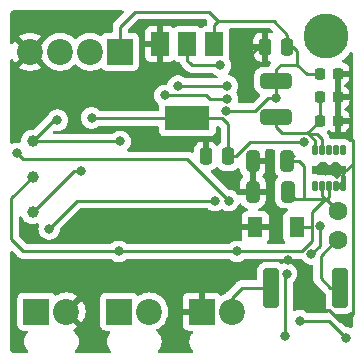
<source format=gbr>
%TF.GenerationSoftware,KiCad,Pcbnew,6.0.2+dfsg-1*%
%TF.CreationDate,2023-10-20T16:05:58+09:00*%
%TF.ProjectId,Hibot_agostiniLuca,4869626f-745f-4616-976f-7374696e694c,rev?*%
%TF.SameCoordinates,Original*%
%TF.FileFunction,Copper,L2,Bot*%
%TF.FilePolarity,Positive*%
%FSLAX46Y46*%
G04 Gerber Fmt 4.6, Leading zero omitted, Abs format (unit mm)*
G04 Created by KiCad (PCBNEW 6.0.2+dfsg-1) date 2023-10-20 16:05:58*
%MOMM*%
%LPD*%
G01*
G04 APERTURE LIST*
G04 Aperture macros list*
%AMRoundRect*
0 Rectangle with rounded corners*
0 $1 Rounding radius*
0 $2 $3 $4 $5 $6 $7 $8 $9 X,Y pos of 4 corners*
0 Add a 4 corners polygon primitive as box body*
4,1,4,$2,$3,$4,$5,$6,$7,$8,$9,$2,$3,0*
0 Add four circle primitives for the rounded corners*
1,1,$1+$1,$2,$3*
1,1,$1+$1,$4,$5*
1,1,$1+$1,$6,$7*
1,1,$1+$1,$8,$9*
0 Add four rect primitives between the rounded corners*
20,1,$1+$1,$2,$3,$4,$5,0*
20,1,$1+$1,$4,$5,$6,$7,0*
20,1,$1+$1,$6,$7,$8,$9,0*
20,1,$1+$1,$8,$9,$2,$3,0*%
G04 Aperture macros list end*
%TA.AperFunction,ComponentPad*%
%ADD10C,1.600000*%
%TD*%
%TA.AperFunction,ComponentPad*%
%ADD11R,2.200000X2.200000*%
%TD*%
%TA.AperFunction,ComponentPad*%
%ADD12C,2.200000*%
%TD*%
%TA.AperFunction,ComponentPad*%
%ADD13C,3.800000*%
%TD*%
%TA.AperFunction,SMDPad,CuDef*%
%ADD14C,1.000000*%
%TD*%
%TA.AperFunction,SMDPad,CuDef*%
%ADD15RoundRect,0.250000X0.425000X1.425000X-0.425000X1.425000X-0.425000X-1.425000X0.425000X-1.425000X0*%
%TD*%
%TA.AperFunction,SMDPad,CuDef*%
%ADD16RoundRect,0.225000X-0.225000X-0.250000X0.225000X-0.250000X0.225000X0.250000X-0.225000X0.250000X0*%
%TD*%
%TA.AperFunction,SMDPad,CuDef*%
%ADD17R,1.500000X2.000000*%
%TD*%
%TA.AperFunction,SMDPad,CuDef*%
%ADD18R,3.800000X2.000000*%
%TD*%
%TA.AperFunction,SMDPad,CuDef*%
%ADD19RoundRect,0.250000X1.075000X-0.400000X1.075000X0.400000X-1.075000X0.400000X-1.075000X-0.400000X0*%
%TD*%
%TA.AperFunction,SMDPad,CuDef*%
%ADD20RoundRect,0.250000X0.325000X0.650000X-0.325000X0.650000X-0.325000X-0.650000X0.325000X-0.650000X0*%
%TD*%
%TA.AperFunction,SMDPad,CuDef*%
%ADD21R,1.300000X1.700000*%
%TD*%
%TA.AperFunction,SMDPad,CuDef*%
%ADD22RoundRect,0.250000X0.250000X0.475000X-0.250000X0.475000X-0.250000X-0.475000X0.250000X-0.475000X0*%
%TD*%
%TA.AperFunction,SMDPad,CuDef*%
%ADD23RoundRect,0.112500X0.112500X-0.287500X0.112500X0.287500X-0.112500X0.287500X-0.112500X-0.287500X0*%
%TD*%
%TA.AperFunction,ComponentPad*%
%ADD24C,0.500000*%
%TD*%
%TA.AperFunction,SMDPad,CuDef*%
%ADD25R,2.900000X0.700000*%
%TD*%
%TA.AperFunction,ViaPad*%
%ADD26C,0.800000*%
%TD*%
%TA.AperFunction,Conductor*%
%ADD27C,0.250000*%
%TD*%
G04 APERTURE END LIST*
D10*
%TO.P,F1,1*%
%TO.N,Net-(D1-Pad1)*%
X153300000Y-104950000D03*
%TO.P,F1,2*%
%TO.N,VCC*%
X153300000Y-102450000D03*
%TD*%
D11*
%TO.P,J3,1,Pin_1*%
%TO.N,VCC*%
X134730000Y-111000000D03*
D12*
%TO.P,J3,2,Pin_2*%
%TO.N,Net-(J3-Pad2)*%
X137270000Y-111000000D03*
%TD*%
D11*
%TO.P,J2,1,Pin_1*%
%TO.N,+5V*%
X134815000Y-89000000D03*
D12*
%TO.P,J2,2,Pin_2*%
%TO.N,MC_RX*%
X132275000Y-89000000D03*
%TO.P,J2,3,Pin_3*%
%TO.N,MC_TX*%
X129735000Y-89000000D03*
%TO.P,J2,4,Pin_4*%
%TO.N,GND*%
X127195000Y-89000000D03*
%TD*%
D11*
%TO.P,J4,1,Pin_1*%
%TO.N,Net-(J4-Pad1)*%
X127730000Y-111000000D03*
D12*
%TO.P,J4,2,Pin_2*%
%TO.N,GND*%
X130270000Y-111000000D03*
%TD*%
D11*
%TO.P,J1,1,Pin_1*%
%TO.N,GND*%
X141730000Y-111000000D03*
D12*
%TO.P,J1,2,Pin_2*%
%TO.N,Net-(D1-Pad2)*%
X144270000Y-111000000D03*
%TD*%
D13*
%TO.P,H1,1*%
%TO.N,N/C*%
X152275000Y-87700000D03*
%TD*%
D14*
%TO.P,TP3,1,1*%
%TO.N,VCC*%
X127400000Y-99600000D03*
%TD*%
D15*
%TO.P,D1,1,K*%
%TO.N,Net-(D1-Pad1)*%
X153400000Y-109000000D03*
%TO.P,D1,2,A*%
%TO.N,Net-(D1-Pad2)*%
X147600000Y-109000000D03*
%TD*%
D16*
%TO.P,C8,1*%
%TO.N,+5V*%
X151725000Y-90850000D03*
%TO.P,C8,2*%
%TO.N,GND*%
X153275000Y-90850000D03*
%TD*%
D17*
%TO.P,U5,1,GND*%
%TO.N,GND*%
X138200000Y-88350000D03*
D18*
%TO.P,U5,2,VO*%
%TO.N,+1V8*%
X140500000Y-94650000D03*
D17*
X140500000Y-88350000D03*
%TO.P,U5,3,VI*%
%TO.N,+5V*%
X142800000Y-88350000D03*
%TD*%
D19*
%TO.P,FB1,1*%
%TO.N,+5VP*%
X148000000Y-94550000D03*
%TO.P,FB1,2*%
%TO.N,+5V*%
X148000000Y-91450000D03*
%TD*%
D20*
%TO.P,C2,1*%
%TO.N,VCC*%
X148975000Y-98250000D03*
%TO.P,C2,2*%
%TO.N,GND*%
X146025000Y-98250000D03*
%TD*%
D16*
%TO.P,C4,1*%
%TO.N,+5VP*%
X151725000Y-94850000D03*
%TO.P,C4,2*%
%TO.N,GND*%
X153275000Y-94850000D03*
%TD*%
D21*
%TO.P,D2,1,K*%
%TO.N,VCC*%
X149750000Y-103850000D03*
%TO.P,D2,2,A*%
%TO.N,GND*%
X146250000Y-103850000D03*
%TD*%
D20*
%TO.P,C1,1*%
%TO.N,VCC*%
X149000000Y-100850000D03*
%TO.P,C1,2*%
%TO.N,GND*%
X146050000Y-100850000D03*
%TD*%
D14*
%TO.P,TP5,1,1*%
%TO.N,+1V8*%
X127400000Y-102600000D03*
%TD*%
D22*
%TO.P,C11,1*%
%TO.N,+1V8*%
X143950000Y-97850000D03*
%TO.P,C11,2*%
%TO.N,GND*%
X142050000Y-97850000D03*
%TD*%
D14*
%TO.P,TP4,1,1*%
%TO.N,+5V*%
X127400000Y-96600000D03*
%TD*%
D16*
%TO.P,C7,1*%
%TO.N,+5VP*%
X151725000Y-92850000D03*
%TO.P,C7,2*%
%TO.N,GND*%
X153275000Y-92850000D03*
%TD*%
D23*
%TO.P,U3,1,GND*%
%TO.N,GND*%
X153700000Y-100375000D03*
%TO.P,U3,2,MODE/SYNC*%
X153100000Y-100375000D03*
%TO.P,U3,3,VIN*%
%TO.N,VCC*%
X152500000Y-100375000D03*
%TO.P,U3,4,EN*%
X151900000Y-100375000D03*
%TO.P,U3,5,PG*%
%TO.N,unconnected-(U3-Pad5)*%
X151300000Y-100375000D03*
%TO.P,U3,6,VOUT*%
%TO.N,+5VP*%
X151300000Y-97325000D03*
%TO.P,U3,7,FB*%
X151900000Y-97325000D03*
%TO.P,U3,8*%
%TO.N,unconnected-(U3-Pad8)*%
X152500000Y-97325000D03*
%TO.P,U3,9*%
%TO.N,unconnected-(U3-Pad9)*%
X153100000Y-97325000D03*
%TO.P,U3,10*%
%TO.N,unconnected-(U3-Pad10)*%
X153700000Y-97325000D03*
D24*
%TO.P,U3,11,GND*%
%TO.N,GND*%
X153530000Y-99025000D03*
X151470000Y-99025000D03*
D25*
X152500000Y-99025000D03*
D24*
X152500000Y-99025000D03*
%TD*%
D22*
%TO.P,C9,1*%
%TO.N,+5V*%
X148950000Y-88600000D03*
%TO.P,C9,2*%
%TO.N,GND*%
X147050000Y-88600000D03*
%TD*%
D26*
%TO.N,VCC*%
X134700000Y-105900000D03*
X144700000Y-105900000D03*
%TO.N,GND*%
X136300000Y-86900000D03*
X130400000Y-104500000D03*
X130300000Y-93200000D03*
X150400000Y-108000000D03*
X130300000Y-93200000D03*
X149000000Y-106624500D03*
X143100000Y-107200000D03*
X142900000Y-96400000D03*
X126900000Y-104500000D03*
X144882745Y-90252461D03*
X131500000Y-104500000D03*
X130300000Y-93200000D03*
%TO.N,+5V*%
X129500000Y-94800000D03*
X143775500Y-94002736D03*
X134800000Y-96600000D03*
X148000000Y-92900000D03*
%TO.N,+1V8*%
X150417581Y-96642180D03*
X131500000Y-99100000D03*
X132400000Y-94600000D03*
X148800000Y-113100000D03*
X151700000Y-103800000D03*
X151000000Y-106124598D03*
X143281274Y-90156221D03*
X140500000Y-94650000D03*
X148900000Y-107800000D03*
%TO.N,+5VA*%
X144000000Y-101600000D03*
X126100000Y-97600000D03*
%TO.N,SCL_5v*%
X143900000Y-93000000D03*
X138600000Y-92700000D03*
%TO.N,SDA_1.8V*%
X153900000Y-113200000D03*
X150000000Y-111775500D03*
%TO.N,SDA_5v*%
X139700000Y-91900000D03*
X143900000Y-91900000D03*
%TO.N,Net-(J4-Pad1)*%
X128800000Y-104000000D03*
X142850000Y-101600000D03*
%TD*%
D27*
%TO.N,VCC*%
X125600000Y-104900000D02*
X125600000Y-101400000D01*
X144700000Y-105900000D02*
X150200000Y-105900000D01*
X149000000Y-100850000D02*
X149600000Y-101450000D01*
X152350000Y-101450000D02*
X152500000Y-101300000D01*
X151900000Y-101200000D02*
X152150000Y-101450000D01*
X134700000Y-105900000D02*
X144700000Y-105900000D01*
X149750000Y-103850000D02*
X151050000Y-103850000D01*
X134700000Y-105900000D02*
X126600000Y-105900000D01*
X149600000Y-101450000D02*
X150350000Y-101450000D01*
X125600000Y-101400000D02*
X127400000Y-99600000D01*
X126600000Y-105900000D02*
X125600000Y-104900000D01*
X148975000Y-97850000D02*
X149550000Y-97850000D01*
X152250000Y-101450000D02*
X152150000Y-101450000D01*
X149950000Y-98250000D02*
X150350000Y-98650000D01*
X148975000Y-98250000D02*
X149950000Y-98250000D01*
X151050000Y-102550000D02*
X151050000Y-103850000D01*
X150350000Y-98650000D02*
X150350000Y-101450000D01*
X152150000Y-101450000D02*
X152350000Y-101450000D01*
X150350000Y-101450000D02*
X152150000Y-101450000D01*
X153200000Y-102400000D02*
X152250000Y-101450000D01*
X151050000Y-103850000D02*
X151050000Y-105050000D01*
X152150000Y-101450000D02*
X151050000Y-102550000D01*
X152500000Y-101300000D02*
X152500000Y-100375000D01*
X151900000Y-100375000D02*
X151900000Y-101200000D01*
X150200000Y-105900000D02*
X151050000Y-105050000D01*
%TO.N,GND*%
X153700000Y-99195000D02*
X153530000Y-99025000D01*
X154500000Y-98500000D02*
X154500000Y-111200000D01*
X154500000Y-96500000D02*
X154200000Y-96200000D01*
X153530000Y-99025000D02*
X153975000Y-99025000D01*
X146675500Y-106624500D02*
X146500000Y-106800000D01*
X153400000Y-111800000D02*
X152500000Y-110900000D01*
X149000000Y-106624500D02*
X146675500Y-106624500D01*
X152500000Y-110900000D02*
X151100000Y-110900000D01*
X154500000Y-98500000D02*
X154500000Y-96500000D01*
X153975000Y-99025000D02*
X154500000Y-98500000D01*
X154500000Y-111200000D02*
X153900000Y-111800000D01*
X153900000Y-111800000D02*
X153400000Y-111800000D01*
X147050000Y-88600000D02*
X146535206Y-88600000D01*
X153700000Y-100375000D02*
X153700000Y-99195000D01*
X146535206Y-88600000D02*
X144882745Y-90252461D01*
%TO.N,+5VP*%
X148500000Y-95900000D02*
X150675000Y-95900000D01*
X151300000Y-96500000D02*
X151300000Y-97325000D01*
X150700000Y-95900000D02*
X150750000Y-95950000D01*
X151900000Y-97325000D02*
X151900000Y-96400000D01*
X151900000Y-96400000D02*
X151450000Y-95950000D01*
X151725000Y-94850000D02*
X151725000Y-92850000D01*
X151450000Y-95950000D02*
X150750000Y-95950000D01*
X148000000Y-95400000D02*
X148500000Y-95900000D01*
X150675000Y-95900000D02*
X150700000Y-95900000D01*
X150750000Y-95950000D02*
X151300000Y-96500000D01*
X150675000Y-95900000D02*
X151725000Y-94850000D01*
X148000000Y-94550000D02*
X148000000Y-95400000D01*
%TO.N,+5V*%
X149475000Y-88600000D02*
X148950000Y-88600000D01*
X148000000Y-90500000D02*
X148400000Y-90100000D01*
X142300000Y-85600000D02*
X143100000Y-86400000D01*
X142800000Y-86700000D02*
X142800000Y-88350000D01*
X136100000Y-85600000D02*
X142300000Y-85600000D01*
X134815000Y-86885000D02*
X136100000Y-85600000D01*
X129200000Y-94800000D02*
X127400000Y-96600000D01*
X143775500Y-94002736D02*
X146259771Y-94002736D01*
X148000000Y-91450000D02*
X148000000Y-90500000D01*
X143100000Y-86400000D02*
X142800000Y-86700000D01*
X147362507Y-92900000D02*
X148000000Y-92900000D01*
X127400000Y-96600000D02*
X134800000Y-96600000D01*
X151675000Y-90900000D02*
X151725000Y-90850000D01*
X146259771Y-94002736D02*
X147362507Y-92900000D01*
X148400000Y-90100000D02*
X149800000Y-90100000D01*
X148950000Y-88600000D02*
X148950000Y-87550000D01*
X148000000Y-92900000D02*
X148000000Y-91450000D01*
X129500000Y-94800000D02*
X129200000Y-94800000D01*
X134815000Y-89000000D02*
X134815000Y-86885000D01*
X149800000Y-90100000D02*
X150600000Y-90900000D01*
X148950000Y-87550000D02*
X147800000Y-86400000D01*
X150600000Y-90900000D02*
X151675000Y-90900000D01*
X149800000Y-88925000D02*
X149475000Y-88600000D01*
X149800000Y-90100000D02*
X149800000Y-88925000D01*
X147800000Y-86400000D02*
X143100000Y-86400000D01*
%TO.N,+1V8*%
X132400000Y-94650000D02*
X141250000Y-94650000D01*
X145845327Y-96642180D02*
X144637507Y-97850000D01*
X151700000Y-105400000D02*
X151712299Y-105412299D01*
X144637507Y-97850000D02*
X143950000Y-97850000D01*
X140500000Y-88350000D02*
X140500000Y-89750000D01*
X140750000Y-90000000D02*
X140906221Y-90156221D01*
X150417581Y-96642180D02*
X145845327Y-96642180D01*
X143950000Y-95150000D02*
X143950000Y-97850000D01*
X151700000Y-103800000D02*
X151700000Y-105400000D01*
X140500000Y-94650000D02*
X143450000Y-94650000D01*
X140500000Y-89750000D02*
X140750000Y-90000000D01*
X148800000Y-113100000D02*
X148800000Y-108000000D01*
X127400000Y-102600000D02*
X130900000Y-99100000D01*
X143450000Y-94650000D02*
X143950000Y-95150000D01*
X130900000Y-99100000D02*
X131500000Y-99100000D01*
X151000000Y-106124598D02*
X151712299Y-105412299D01*
X148900000Y-107900000D02*
X148800000Y-108000000D01*
X140906221Y-90156221D02*
X143281274Y-90156221D01*
%TO.N,+5VA*%
X140500000Y-98100000D02*
X126600000Y-98100000D01*
X126600000Y-98100000D02*
X126100000Y-97600000D01*
X144000000Y-101600000D02*
X140500000Y-98100000D01*
%TO.N,Net-(D1-Pad1)*%
X151800000Y-108200000D02*
X152600000Y-109000000D01*
X151800000Y-106300000D02*
X151800000Y-108200000D01*
X153200000Y-104900000D02*
X151800000Y-106300000D01*
X152600000Y-109000000D02*
X153400000Y-109000000D01*
%TO.N,Net-(D1-Pad2)*%
X145100000Y-109000000D02*
X147600000Y-109000000D01*
X144270000Y-111000000D02*
X144270000Y-109830000D01*
X144270000Y-109830000D02*
X145100000Y-109000000D01*
%TO.N,SCL_5v*%
X142099022Y-92700000D02*
X142399022Y-93000000D01*
X142399022Y-93000000D02*
X143900000Y-93000000D01*
X138600000Y-92700000D02*
X142099022Y-92700000D01*
%TO.N,SDA_1.8V*%
X150000000Y-111775500D02*
X152475500Y-111775500D01*
X152475500Y-111775500D02*
X153900000Y-113200000D01*
%TO.N,SDA_5v*%
X139700000Y-91900000D02*
X143900000Y-91900000D01*
%TO.N,Net-(J4-Pad1)*%
X142850000Y-101600000D02*
X131200000Y-101600000D01*
X131200000Y-101600000D02*
X128800000Y-104000000D01*
%TD*%
%TA.AperFunction,Conductor*%
%TO.N,GND*%
G36*
X125707197Y-105903555D02*
G01*
X125713780Y-105909684D01*
X126096343Y-106292247D01*
X126103887Y-106300537D01*
X126108000Y-106307018D01*
X126113777Y-106312443D01*
X126157667Y-106353658D01*
X126160509Y-106356413D01*
X126180231Y-106376135D01*
X126183355Y-106378558D01*
X126183359Y-106378562D01*
X126183424Y-106378612D01*
X126192445Y-106386317D01*
X126224679Y-106416586D01*
X126231627Y-106420405D01*
X126231629Y-106420407D01*
X126242432Y-106426346D01*
X126258959Y-106437202D01*
X126268698Y-106444757D01*
X126268700Y-106444758D01*
X126274960Y-106449614D01*
X126315540Y-106467174D01*
X126326188Y-106472391D01*
X126364940Y-106493695D01*
X126372616Y-106495666D01*
X126372619Y-106495667D01*
X126384562Y-106498733D01*
X126403267Y-106505137D01*
X126421855Y-106513181D01*
X126429678Y-106514420D01*
X126429688Y-106514423D01*
X126465524Y-106520099D01*
X126477144Y-106522505D01*
X126512289Y-106531528D01*
X126519970Y-106533500D01*
X126540224Y-106533500D01*
X126559934Y-106535051D01*
X126579943Y-106538220D01*
X126587835Y-106537474D01*
X126623961Y-106534059D01*
X126635819Y-106533500D01*
X133991800Y-106533500D01*
X134059921Y-106553502D01*
X134079147Y-106569843D01*
X134079420Y-106569540D01*
X134084332Y-106573963D01*
X134088747Y-106578866D01*
X134094086Y-106582745D01*
X134209296Y-106666450D01*
X134243248Y-106691118D01*
X134249276Y-106693802D01*
X134249278Y-106693803D01*
X134411681Y-106766109D01*
X134417712Y-106768794D01*
X134511113Y-106788647D01*
X134598056Y-106807128D01*
X134598061Y-106807128D01*
X134604513Y-106808500D01*
X134795487Y-106808500D01*
X134801939Y-106807128D01*
X134801944Y-106807128D01*
X134888888Y-106788647D01*
X134982288Y-106768794D01*
X134988319Y-106766109D01*
X135150722Y-106693803D01*
X135150724Y-106693802D01*
X135156752Y-106691118D01*
X135190705Y-106666450D01*
X135305914Y-106582745D01*
X135311253Y-106578866D01*
X135315668Y-106573963D01*
X135320580Y-106569540D01*
X135321705Y-106570789D01*
X135375014Y-106537949D01*
X135408200Y-106533500D01*
X143991800Y-106533500D01*
X144059921Y-106553502D01*
X144079147Y-106569843D01*
X144079420Y-106569540D01*
X144084332Y-106573963D01*
X144088747Y-106578866D01*
X144094086Y-106582745D01*
X144209296Y-106666450D01*
X144243248Y-106691118D01*
X144249276Y-106693802D01*
X144249278Y-106693803D01*
X144411681Y-106766109D01*
X144417712Y-106768794D01*
X144511113Y-106788647D01*
X144598056Y-106807128D01*
X144598061Y-106807128D01*
X144604513Y-106808500D01*
X144795487Y-106808500D01*
X144801939Y-106807128D01*
X144801944Y-106807128D01*
X144888888Y-106788647D01*
X144982288Y-106768794D01*
X144988319Y-106766109D01*
X145150722Y-106693803D01*
X145150724Y-106693802D01*
X145156752Y-106691118D01*
X145190705Y-106666450D01*
X145305914Y-106582745D01*
X145311253Y-106578866D01*
X145315668Y-106573963D01*
X145320580Y-106569540D01*
X145321705Y-106570789D01*
X145375014Y-106537949D01*
X145408200Y-106533500D01*
X150114289Y-106533500D01*
X150182410Y-106553502D01*
X150223407Y-106596499D01*
X150260960Y-106661542D01*
X150265378Y-106666449D01*
X150265379Y-106666450D01*
X150384325Y-106798553D01*
X150388747Y-106803464D01*
X150543248Y-106915716D01*
X150549276Y-106918400D01*
X150549278Y-106918401D01*
X150691460Y-106981704D01*
X150717712Y-106993392D01*
X150808845Y-107012763D01*
X150898056Y-107031726D01*
X150898061Y-107031726D01*
X150904513Y-107033098D01*
X151040500Y-107033098D01*
X151108621Y-107053100D01*
X151155114Y-107106756D01*
X151166500Y-107159098D01*
X151166500Y-108121233D01*
X151165973Y-108132416D01*
X151164298Y-108139909D01*
X151164547Y-108147835D01*
X151164547Y-108147836D01*
X151166438Y-108207986D01*
X151166500Y-108211945D01*
X151166500Y-108239856D01*
X151166997Y-108243790D01*
X151166997Y-108243791D01*
X151167005Y-108243856D01*
X151167938Y-108255693D01*
X151169327Y-108299889D01*
X151174978Y-108319339D01*
X151178987Y-108338700D01*
X151181526Y-108358797D01*
X151184445Y-108366168D01*
X151184445Y-108366170D01*
X151197804Y-108399912D01*
X151201649Y-108411142D01*
X151213982Y-108453593D01*
X151218015Y-108460412D01*
X151218017Y-108460417D01*
X151224293Y-108471028D01*
X151232988Y-108488776D01*
X151240448Y-108507617D01*
X151245110Y-108514033D01*
X151245110Y-108514034D01*
X151266436Y-108543387D01*
X151272952Y-108553307D01*
X151287185Y-108577373D01*
X151295458Y-108591362D01*
X151309779Y-108605683D01*
X151322619Y-108620716D01*
X151334528Y-108637107D01*
X151340633Y-108642158D01*
X151340638Y-108642163D01*
X151368604Y-108665299D01*
X151377382Y-108673287D01*
X152096348Y-109392253D01*
X152103888Y-109400539D01*
X152108000Y-109407018D01*
X152113777Y-109412443D01*
X152157651Y-109453643D01*
X152160493Y-109456398D01*
X152179595Y-109475500D01*
X152213621Y-109537812D01*
X152216500Y-109564595D01*
X152216500Y-110475400D01*
X152216837Y-110478646D01*
X152216837Y-110478650D01*
X152219199Y-110501409D01*
X152227474Y-110581166D01*
X152283450Y-110748946D01*
X152376522Y-110899348D01*
X152381704Y-110904521D01*
X152404049Y-110926827D01*
X152438128Y-110989109D01*
X152433125Y-111059929D01*
X152390628Y-111116802D01*
X152324129Y-111141671D01*
X152315031Y-111142000D01*
X150708200Y-111142000D01*
X150640079Y-111121998D01*
X150620853Y-111105657D01*
X150620580Y-111105960D01*
X150615668Y-111101537D01*
X150611253Y-111096634D01*
X150504584Y-111019134D01*
X150462094Y-110988263D01*
X150462093Y-110988262D01*
X150456752Y-110984382D01*
X150450724Y-110981698D01*
X150450722Y-110981697D01*
X150288319Y-110909391D01*
X150288318Y-110909391D01*
X150282288Y-110906706D01*
X150188888Y-110886853D01*
X150101944Y-110868372D01*
X150101939Y-110868372D01*
X150095487Y-110867000D01*
X149904513Y-110867000D01*
X149898061Y-110868372D01*
X149898056Y-110868372D01*
X149811113Y-110886853D01*
X149717712Y-110906706D01*
X149610748Y-110954329D01*
X149540382Y-110963763D01*
X149476085Y-110933657D01*
X149438271Y-110873568D01*
X149433500Y-110839222D01*
X149433500Y-108599557D01*
X149453502Y-108531436D01*
X149485439Y-108497621D01*
X149505909Y-108482749D01*
X149505911Y-108482747D01*
X149511253Y-108478866D01*
X149552560Y-108432990D01*
X149634621Y-108341852D01*
X149634622Y-108341851D01*
X149639040Y-108336944D01*
X149734527Y-108171556D01*
X149793542Y-107989928D01*
X149813504Y-107800000D01*
X149793542Y-107610072D01*
X149734527Y-107428444D01*
X149639040Y-107263056D01*
X149511253Y-107121134D01*
X149388194Y-107031726D01*
X149362094Y-107012763D01*
X149362093Y-107012762D01*
X149356752Y-107008882D01*
X149350724Y-107006198D01*
X149350722Y-107006197D01*
X149188319Y-106933891D01*
X149188318Y-106933891D01*
X149182288Y-106931206D01*
X149088887Y-106911353D01*
X149001944Y-106892872D01*
X149001939Y-106892872D01*
X148995487Y-106891500D01*
X148804513Y-106891500D01*
X148798061Y-106892872D01*
X148798056Y-106892872D01*
X148677954Y-106918401D01*
X148617712Y-106931206D01*
X148611679Y-106933892D01*
X148611676Y-106933893D01*
X148567227Y-106953683D01*
X148496860Y-106963117D01*
X148449863Y-106945836D01*
X148353968Y-106886725D01*
X148353966Y-106886724D01*
X148347738Y-106882885D01*
X148187254Y-106829655D01*
X148186389Y-106829368D01*
X148186387Y-106829368D01*
X148179861Y-106827203D01*
X148173025Y-106826503D01*
X148173022Y-106826502D01*
X148129969Y-106822091D01*
X148075400Y-106816500D01*
X147124600Y-106816500D01*
X147121354Y-106816837D01*
X147121350Y-106816837D01*
X147025692Y-106826762D01*
X147025688Y-106826763D01*
X147018834Y-106827474D01*
X147012298Y-106829655D01*
X147012296Y-106829655D01*
X146974356Y-106842313D01*
X146851054Y-106883450D01*
X146700652Y-106976522D01*
X146575695Y-107101697D01*
X146571855Y-107107927D01*
X146571854Y-107107928D01*
X146560687Y-107126045D01*
X146482885Y-107252262D01*
X146427203Y-107420139D01*
X146416500Y-107524600D01*
X146416500Y-108240500D01*
X146396498Y-108308621D01*
X146342842Y-108355114D01*
X146290500Y-108366500D01*
X145178767Y-108366500D01*
X145167584Y-108365973D01*
X145160091Y-108364298D01*
X145152165Y-108364547D01*
X145152164Y-108364547D01*
X145092014Y-108366438D01*
X145088055Y-108366500D01*
X145060144Y-108366500D01*
X145056210Y-108366997D01*
X145056209Y-108366997D01*
X145056144Y-108367005D01*
X145044307Y-108367938D01*
X145012490Y-108368938D01*
X145008029Y-108369078D01*
X145000110Y-108369327D01*
X144982454Y-108374456D01*
X144980658Y-108374978D01*
X144961306Y-108378986D01*
X144954235Y-108379880D01*
X144941203Y-108381526D01*
X144933834Y-108384443D01*
X144933832Y-108384444D01*
X144900097Y-108397800D01*
X144888869Y-108401645D01*
X144846407Y-108413982D01*
X144839585Y-108418016D01*
X144839579Y-108418019D01*
X144828968Y-108424294D01*
X144811218Y-108432990D01*
X144799756Y-108437528D01*
X144799751Y-108437531D01*
X144792383Y-108440448D01*
X144785968Y-108445109D01*
X144756625Y-108466427D01*
X144746707Y-108472943D01*
X144735514Y-108479563D01*
X144708637Y-108495458D01*
X144694313Y-108509782D01*
X144679281Y-108522621D01*
X144662893Y-108534528D01*
X144647358Y-108553307D01*
X144634712Y-108568593D01*
X144626722Y-108577373D01*
X143877747Y-109326348D01*
X143869461Y-109333888D01*
X143862982Y-109338000D01*
X143857557Y-109343777D01*
X143816357Y-109387651D01*
X143813602Y-109390493D01*
X143793865Y-109410230D01*
X143791385Y-109413427D01*
X143783682Y-109422447D01*
X143753414Y-109454679D01*
X143753147Y-109454429D01*
X143703354Y-109493685D01*
X143612402Y-109531358D01*
X143542072Y-109560489D01*
X143542068Y-109560491D01*
X143537498Y-109562384D01*
X143533279Y-109564969D01*
X143533268Y-109564975D01*
X143412186Y-109639175D01*
X143343653Y-109657714D01*
X143275976Y-109636258D01*
X143245525Y-109607308D01*
X143198285Y-109544276D01*
X143185724Y-109531715D01*
X143083649Y-109455214D01*
X143068054Y-109446676D01*
X142947606Y-109401522D01*
X142932351Y-109397895D01*
X142881486Y-109392369D01*
X142874672Y-109392000D01*
X142002115Y-109392000D01*
X141986876Y-109396475D01*
X141985671Y-109397865D01*
X141984000Y-109405548D01*
X141984000Y-111128000D01*
X141963998Y-111196121D01*
X141910342Y-111242614D01*
X141858000Y-111254000D01*
X140140116Y-111254000D01*
X140124877Y-111258475D01*
X140123672Y-111259865D01*
X140122001Y-111267548D01*
X140122001Y-112144669D01*
X140122371Y-112151490D01*
X140127895Y-112202352D01*
X140131521Y-112217604D01*
X140176676Y-112338054D01*
X140185214Y-112353649D01*
X140261715Y-112455724D01*
X140274276Y-112468285D01*
X140376351Y-112544786D01*
X140391946Y-112553324D01*
X140512394Y-112598478D01*
X140527649Y-112602105D01*
X140578514Y-112607631D01*
X140585328Y-112608000D01*
X140859435Y-112608000D01*
X140927556Y-112628002D01*
X140974049Y-112681658D01*
X140984153Y-112751932D01*
X140956519Y-112814316D01*
X140882496Y-112903794D01*
X140848217Y-112945230D01*
X140845288Y-112950647D01*
X140845286Y-112950650D01*
X140752416Y-113122410D01*
X140752414Y-113122415D01*
X140749486Y-113127830D01*
X140688102Y-113326129D01*
X140687458Y-113332254D01*
X140687458Y-113332255D01*
X140681397Y-113389928D01*
X140666404Y-113532575D01*
X140685218Y-113739303D01*
X140686956Y-113745209D01*
X140686957Y-113745213D01*
X140696862Y-113778866D01*
X140743827Y-113938440D01*
X140839999Y-114122400D01*
X140969960Y-114284039D01*
X140970071Y-114284177D01*
X140970045Y-114284198D01*
X141002357Y-114344875D01*
X140996551Y-114415634D01*
X140953412Y-114472021D01*
X140886636Y-114496134D01*
X140879009Y-114496368D01*
X140074965Y-114496631D01*
X138119698Y-114497272D01*
X138051571Y-114477292D01*
X138005061Y-114423652D01*
X137994934Y-114353381D01*
X138022572Y-114290958D01*
X138151783Y-114134770D01*
X138155876Y-114127201D01*
X138247584Y-113957590D01*
X138247586Y-113957585D01*
X138250514Y-113952170D01*
X138311898Y-113753871D01*
X138313677Y-113736944D01*
X138332952Y-113553554D01*
X138332952Y-113553552D01*
X138333596Y-113547425D01*
X138319834Y-113396206D01*
X138315341Y-113346836D01*
X138315340Y-113346833D01*
X138314782Y-113340697D01*
X138312298Y-113332255D01*
X138269527Y-113186932D01*
X138256173Y-113141560D01*
X138160001Y-112957600D01*
X138029929Y-112795823D01*
X138025210Y-112791863D01*
X138025209Y-112791862D01*
X137894119Y-112681864D01*
X137854793Y-112622755D01*
X137853667Y-112551767D01*
X137891098Y-112491439D01*
X137926892Y-112468935D01*
X137957919Y-112456083D01*
X137997928Y-112439511D01*
X137997932Y-112439509D01*
X138002502Y-112437616D01*
X138218376Y-112305328D01*
X138410898Y-112140898D01*
X138575328Y-111948376D01*
X138707616Y-111732502D01*
X138804505Y-111498591D01*
X138835741Y-111368482D01*
X138862454Y-111257216D01*
X138862455Y-111257210D01*
X138863609Y-111252403D01*
X138883474Y-111000000D01*
X138863609Y-110747597D01*
X138862152Y-110741525D01*
X138858877Y-110727885D01*
X140122000Y-110727885D01*
X140126475Y-110743124D01*
X140127865Y-110744329D01*
X140135548Y-110746000D01*
X141457885Y-110746000D01*
X141473124Y-110741525D01*
X141474329Y-110740135D01*
X141476000Y-110732452D01*
X141476000Y-109410116D01*
X141471525Y-109394877D01*
X141470135Y-109393672D01*
X141462452Y-109392001D01*
X140585331Y-109392001D01*
X140578510Y-109392371D01*
X140527648Y-109397895D01*
X140512396Y-109401521D01*
X140391946Y-109446676D01*
X140376351Y-109455214D01*
X140274276Y-109531715D01*
X140261715Y-109544276D01*
X140185214Y-109646351D01*
X140176676Y-109661946D01*
X140131522Y-109782394D01*
X140127895Y-109797649D01*
X140122369Y-109848514D01*
X140122000Y-109855328D01*
X140122000Y-110727885D01*
X138858877Y-110727885D01*
X138805660Y-110506221D01*
X138804505Y-110501409D01*
X138707616Y-110267498D01*
X138575328Y-110051624D01*
X138410898Y-109859102D01*
X138406132Y-109855031D01*
X138320957Y-109782285D01*
X138218376Y-109694672D01*
X138002502Y-109562384D01*
X137997932Y-109560491D01*
X137997928Y-109560489D01*
X137773164Y-109467389D01*
X137773162Y-109467388D01*
X137768591Y-109465495D01*
X137683968Y-109445179D01*
X137527216Y-109407546D01*
X137527210Y-109407545D01*
X137522403Y-109406391D01*
X137270000Y-109386526D01*
X137017597Y-109406391D01*
X137012790Y-109407545D01*
X137012784Y-109407546D01*
X136856032Y-109445179D01*
X136771409Y-109465495D01*
X136766838Y-109467388D01*
X136766836Y-109467389D01*
X136542072Y-109560489D01*
X136542068Y-109560491D01*
X136537498Y-109562384D01*
X136533278Y-109564970D01*
X136412614Y-109638913D01*
X136344080Y-109657451D01*
X136276404Y-109635995D01*
X136245953Y-109607046D01*
X136214754Y-109565417D01*
X136193261Y-109536739D01*
X136076705Y-109449385D01*
X135940316Y-109398255D01*
X135878134Y-109391500D01*
X133581866Y-109391500D01*
X133519684Y-109398255D01*
X133383295Y-109449385D01*
X133266739Y-109536739D01*
X133179385Y-109653295D01*
X133128255Y-109789684D01*
X133121500Y-109851866D01*
X133121500Y-112148134D01*
X133128255Y-112210316D01*
X133179385Y-112346705D01*
X133266739Y-112463261D01*
X133383295Y-112550615D01*
X133519684Y-112601745D01*
X133581866Y-112608500D01*
X133859022Y-112608500D01*
X133927143Y-112628502D01*
X133973636Y-112682158D01*
X133983740Y-112752432D01*
X133956106Y-112814815D01*
X133848217Y-112945230D01*
X133845288Y-112950647D01*
X133845286Y-112950650D01*
X133752416Y-113122410D01*
X133752414Y-113122415D01*
X133749486Y-113127830D01*
X133688102Y-113326129D01*
X133687458Y-113332254D01*
X133687458Y-113332255D01*
X133681397Y-113389928D01*
X133666404Y-113532575D01*
X133685218Y-113739303D01*
X133686956Y-113745209D01*
X133686957Y-113745213D01*
X133696862Y-113778866D01*
X133743827Y-113938440D01*
X133839999Y-114122400D01*
X133843859Y-114127200D01*
X133843859Y-114127201D01*
X133966212Y-114279378D01*
X133966215Y-114279381D01*
X133970071Y-114284177D01*
X133971858Y-114285676D01*
X134004605Y-114347173D01*
X133998797Y-114417932D01*
X133955656Y-114474318D01*
X133888880Y-114498429D01*
X133881267Y-114498663D01*
X131117797Y-114499569D01*
X131049672Y-114479589D01*
X131003162Y-114425949D01*
X130993035Y-114355678D01*
X131020673Y-114293253D01*
X131151783Y-114134770D01*
X131155876Y-114127201D01*
X131247584Y-113957590D01*
X131247586Y-113957585D01*
X131250514Y-113952170D01*
X131311898Y-113753871D01*
X131313677Y-113736944D01*
X131332952Y-113553554D01*
X131332952Y-113553552D01*
X131333596Y-113547425D01*
X131319834Y-113396206D01*
X131315341Y-113346836D01*
X131315340Y-113346833D01*
X131314782Y-113340697D01*
X131312298Y-113332255D01*
X131269527Y-113186932D01*
X131256173Y-113141560D01*
X131160001Y-112957600D01*
X131029929Y-112795823D01*
X131025209Y-112791862D01*
X130893688Y-112681503D01*
X130854361Y-112622393D01*
X130853235Y-112551405D01*
X130890666Y-112491078D01*
X130926461Y-112468572D01*
X130997700Y-112439064D01*
X131006494Y-112434583D01*
X131201167Y-112315287D01*
X131210627Y-112304830D01*
X131206844Y-112296054D01*
X129999885Y-111089095D01*
X129965859Y-111026783D01*
X129967694Y-111001132D01*
X130634408Y-111001132D01*
X130634539Y-111002965D01*
X130638790Y-111009580D01*
X131563010Y-111933800D01*
X131575390Y-111940560D01*
X131583040Y-111934833D01*
X131704583Y-111736494D01*
X131709064Y-111727700D01*
X131802134Y-111503009D01*
X131805183Y-111493624D01*
X131861959Y-111257137D01*
X131863502Y-111247390D01*
X131882584Y-111004930D01*
X131882584Y-110995070D01*
X131863502Y-110752610D01*
X131861959Y-110742863D01*
X131805183Y-110506376D01*
X131802134Y-110496991D01*
X131709064Y-110272300D01*
X131704583Y-110263506D01*
X131585287Y-110068833D01*
X131574830Y-110059373D01*
X131566054Y-110063156D01*
X130642022Y-110987188D01*
X130634408Y-111001132D01*
X129967694Y-111001132D01*
X129970924Y-110955968D01*
X129999885Y-110910905D01*
X131203800Y-109706990D01*
X131210560Y-109694610D01*
X131204833Y-109686960D01*
X131006494Y-109565417D01*
X130997700Y-109560936D01*
X130773009Y-109467866D01*
X130763624Y-109464817D01*
X130527137Y-109408041D01*
X130517390Y-109406498D01*
X130274930Y-109387416D01*
X130265070Y-109387416D01*
X130022610Y-109406498D01*
X130012863Y-109408041D01*
X129776376Y-109464817D01*
X129766991Y-109467866D01*
X129542300Y-109560936D01*
X129533506Y-109565417D01*
X129412915Y-109639315D01*
X129344381Y-109657853D01*
X129276704Y-109636396D01*
X129246254Y-109607447D01*
X129198643Y-109543920D01*
X129198642Y-109543919D01*
X129193261Y-109536739D01*
X129076705Y-109449385D01*
X128940316Y-109398255D01*
X128878134Y-109391500D01*
X126581866Y-109391500D01*
X126519684Y-109398255D01*
X126383295Y-109449385D01*
X126266739Y-109536739D01*
X126179385Y-109653295D01*
X126128255Y-109789684D01*
X126121500Y-109851866D01*
X126121500Y-112148134D01*
X126128255Y-112210316D01*
X126179385Y-112346705D01*
X126266739Y-112463261D01*
X126383295Y-112550615D01*
X126519684Y-112601745D01*
X126581866Y-112608500D01*
X126859022Y-112608500D01*
X126927143Y-112628502D01*
X126973636Y-112682158D01*
X126983740Y-112752432D01*
X126956106Y-112814815D01*
X126848217Y-112945230D01*
X126845288Y-112950647D01*
X126845286Y-112950650D01*
X126752416Y-113122410D01*
X126752414Y-113122415D01*
X126749486Y-113127830D01*
X126688102Y-113326129D01*
X126687458Y-113332254D01*
X126687458Y-113332255D01*
X126681397Y-113389928D01*
X126666404Y-113532575D01*
X126685218Y-113739303D01*
X126686956Y-113745209D01*
X126686957Y-113745213D01*
X126696862Y-113778866D01*
X126743827Y-113938440D01*
X126839999Y-114122400D01*
X126970071Y-114284177D01*
X126973710Y-114287230D01*
X127006851Y-114349464D01*
X127001045Y-114420222D01*
X126957906Y-114476610D01*
X126891130Y-114500723D01*
X126883498Y-114500957D01*
X126813555Y-114500980D01*
X125839949Y-114501299D01*
X125820528Y-114499799D01*
X125811728Y-114498429D01*
X125805827Y-114497510D01*
X125805825Y-114497510D01*
X125796956Y-114496129D01*
X125788056Y-114497293D01*
X125779080Y-114497183D01*
X125779090Y-114496364D01*
X125757599Y-114496074D01*
X125743355Y-114493818D01*
X125720160Y-114490144D01*
X125682670Y-114477962D01*
X125636832Y-114454607D01*
X125604939Y-114431435D01*
X125568565Y-114395061D01*
X125545393Y-114363169D01*
X125542000Y-114356510D01*
X125522036Y-114317326D01*
X125509855Y-114279836D01*
X125509783Y-114279378D01*
X125504062Y-114243258D01*
X125502631Y-114223548D01*
X125503871Y-114215584D01*
X125499749Y-114184062D01*
X125498685Y-114167725D01*
X125498685Y-105998779D01*
X125518687Y-105930658D01*
X125572343Y-105884165D01*
X125642617Y-105874061D01*
X125707197Y-105903555D01*
G37*
%TD.AperFunction*%
%TA.AperFunction,Conductor*%
G36*
X154423233Y-111018094D02*
G01*
X154474835Y-111066856D01*
X154492000Y-111130345D01*
X154492000Y-112275075D01*
X154471998Y-112343196D01*
X154418342Y-112389689D01*
X154348068Y-112399793D01*
X154314751Y-112390182D01*
X154188319Y-112333891D01*
X154188318Y-112333891D01*
X154182288Y-112331206D01*
X154072690Y-112307910D01*
X154001944Y-112292872D01*
X154001939Y-112292872D01*
X153995487Y-112291500D01*
X153939595Y-112291500D01*
X153871474Y-112271498D01*
X153850500Y-112254595D01*
X152994500Y-111398595D01*
X152960474Y-111336283D01*
X152965539Y-111265468D01*
X153008086Y-111208632D01*
X153074606Y-111183821D01*
X153083595Y-111183500D01*
X153875400Y-111183500D01*
X153878646Y-111183163D01*
X153878650Y-111183163D01*
X153974308Y-111173238D01*
X153974312Y-111173237D01*
X153981166Y-111172526D01*
X153987702Y-111170345D01*
X153987704Y-111170345D01*
X154132616Y-111121998D01*
X154148946Y-111116550D01*
X154299348Y-111023478D01*
X154301049Y-111026226D01*
X154353460Y-111004971D01*
X154423233Y-111018094D01*
G37*
%TD.AperFunction*%
%TA.AperFunction,Conductor*%
G36*
X147851989Y-97295682D02*
G01*
X147898482Y-97349338D01*
X147908586Y-97419612D01*
X147905697Y-97431862D01*
X147905810Y-97431886D01*
X147904368Y-97438612D01*
X147902203Y-97445139D01*
X147901503Y-97451975D01*
X147901502Y-97451978D01*
X147900014Y-97466500D01*
X147891500Y-97549600D01*
X147891500Y-98950400D01*
X147891837Y-98953646D01*
X147891837Y-98953650D01*
X147901752Y-99049206D01*
X147902474Y-99056166D01*
X147904655Y-99062702D01*
X147904655Y-99062704D01*
X147908256Y-99073498D01*
X147958450Y-99223946D01*
X148051522Y-99374348D01*
X148125829Y-99448525D01*
X148150631Y-99473284D01*
X148184710Y-99535566D01*
X148179707Y-99606386D01*
X148150786Y-99651475D01*
X148075695Y-99726697D01*
X148071855Y-99732927D01*
X148071854Y-99732928D01*
X148019173Y-99818393D01*
X147982885Y-99877262D01*
X147978289Y-99891118D01*
X147939356Y-100008500D01*
X147927203Y-100045139D01*
X147916500Y-100149600D01*
X147916500Y-101550400D01*
X147916837Y-101553646D01*
X147916837Y-101553650D01*
X147926618Y-101647914D01*
X147927474Y-101656166D01*
X147983450Y-101823946D01*
X148076522Y-101974348D01*
X148201697Y-102099305D01*
X148207927Y-102103145D01*
X148207928Y-102103146D01*
X148345288Y-102187816D01*
X148352262Y-102192115D01*
X148432005Y-102218564D01*
X148513611Y-102245632D01*
X148513613Y-102245632D01*
X148520139Y-102247797D01*
X148526975Y-102248497D01*
X148526978Y-102248498D01*
X148570031Y-102252909D01*
X148624600Y-102258500D01*
X148934179Y-102258500D01*
X149002300Y-102278502D01*
X149048793Y-102332158D01*
X149058897Y-102402432D01*
X149029403Y-102467012D01*
X148978408Y-102502482D01*
X148861705Y-102546232D01*
X148861704Y-102546233D01*
X148853295Y-102549385D01*
X148736739Y-102636739D01*
X148649385Y-102753295D01*
X148598255Y-102889684D01*
X148591500Y-102951866D01*
X148591500Y-104748134D01*
X148598255Y-104810316D01*
X148649385Y-104946705D01*
X148685683Y-104995137D01*
X148736739Y-105063261D01*
X148734197Y-105065166D01*
X148760708Y-105113717D01*
X148755643Y-105184532D01*
X148713096Y-105241368D01*
X148646576Y-105266179D01*
X148637587Y-105266500D01*
X147361699Y-105266500D01*
X147293578Y-105246498D01*
X147247085Y-105192842D01*
X147236981Y-105122568D01*
X147263892Y-105063644D01*
X147262904Y-105062904D01*
X147266298Y-105058375D01*
X147266475Y-105057988D01*
X147267056Y-105057364D01*
X147344786Y-104953649D01*
X147353324Y-104938054D01*
X147398478Y-104817606D01*
X147402105Y-104802351D01*
X147407631Y-104751486D01*
X147408000Y-104744672D01*
X147408000Y-104122115D01*
X147403525Y-104106876D01*
X147402135Y-104105671D01*
X147394452Y-104104000D01*
X145110116Y-104104000D01*
X145094877Y-104108475D01*
X145093672Y-104109865D01*
X145092001Y-104117548D01*
X145092001Y-104744669D01*
X145092371Y-104751490D01*
X145097895Y-104802352D01*
X145101521Y-104817603D01*
X145118150Y-104861961D01*
X145123333Y-104932768D01*
X145089412Y-104995137D01*
X145027157Y-105029266D01*
X144973971Y-105029438D01*
X144801944Y-104992872D01*
X144801939Y-104992872D01*
X144795487Y-104991500D01*
X144604513Y-104991500D01*
X144598061Y-104992872D01*
X144598056Y-104992872D01*
X144511113Y-105011353D01*
X144417712Y-105031206D01*
X144411682Y-105033891D01*
X144411681Y-105033891D01*
X144249278Y-105106197D01*
X144249276Y-105106198D01*
X144243248Y-105108882D01*
X144088747Y-105221134D01*
X144084332Y-105226037D01*
X144079420Y-105230460D01*
X144078295Y-105229211D01*
X144024986Y-105262051D01*
X143991800Y-105266500D01*
X135408200Y-105266500D01*
X135340079Y-105246498D01*
X135320853Y-105230157D01*
X135320580Y-105230460D01*
X135315668Y-105226037D01*
X135311253Y-105221134D01*
X135156752Y-105108882D01*
X135150724Y-105106198D01*
X135150722Y-105106197D01*
X134988319Y-105033891D01*
X134988318Y-105033891D01*
X134982288Y-105031206D01*
X134888888Y-105011353D01*
X134801944Y-104992872D01*
X134801939Y-104992872D01*
X134795487Y-104991500D01*
X134604513Y-104991500D01*
X134598061Y-104992872D01*
X134598056Y-104992872D01*
X134511113Y-105011353D01*
X134417712Y-105031206D01*
X134411682Y-105033891D01*
X134411681Y-105033891D01*
X134249278Y-105106197D01*
X134249276Y-105106198D01*
X134243248Y-105108882D01*
X134088747Y-105221134D01*
X134084332Y-105226037D01*
X134079420Y-105230460D01*
X134078295Y-105229211D01*
X134024986Y-105262051D01*
X133991800Y-105266500D01*
X126914595Y-105266500D01*
X126846474Y-105246498D01*
X126825499Y-105229595D01*
X126270404Y-104674499D01*
X126236379Y-104612187D01*
X126233500Y-104585404D01*
X126233500Y-103057464D01*
X126253502Y-102989343D01*
X126307158Y-102942850D01*
X126377432Y-102932746D01*
X126442012Y-102962240D01*
X126471566Y-102999869D01*
X126548187Y-103148956D01*
X126671035Y-103303953D01*
X126675728Y-103307947D01*
X126675729Y-103307948D01*
X126798799Y-103412688D01*
X126821650Y-103432136D01*
X126994294Y-103528624D01*
X127182392Y-103589740D01*
X127378777Y-103613158D01*
X127384912Y-103612686D01*
X127384914Y-103612686D01*
X127569830Y-103598457D01*
X127569834Y-103598456D01*
X127575972Y-103597984D01*
X127766463Y-103544798D01*
X127771971Y-103542016D01*
X127777710Y-103539790D01*
X127778713Y-103542377D01*
X127836863Y-103531742D01*
X127902520Y-103558754D01*
X127943150Y-103616975D01*
X127945854Y-103687920D01*
X127943534Y-103695965D01*
X127906458Y-103810072D01*
X127886496Y-104000000D01*
X127906458Y-104189928D01*
X127965473Y-104371556D01*
X128060960Y-104536944D01*
X128065378Y-104541851D01*
X128065379Y-104541852D01*
X128128709Y-104612187D01*
X128188747Y-104678866D01*
X128343248Y-104791118D01*
X128349276Y-104793802D01*
X128349278Y-104793803D01*
X128511681Y-104866109D01*
X128517712Y-104868794D01*
X128611112Y-104888647D01*
X128698056Y-104907128D01*
X128698061Y-104907128D01*
X128704513Y-104908500D01*
X128895487Y-104908500D01*
X128901939Y-104907128D01*
X128901944Y-104907128D01*
X128988888Y-104888647D01*
X129082288Y-104868794D01*
X129088319Y-104866109D01*
X129250722Y-104793803D01*
X129250724Y-104793802D01*
X129256752Y-104791118D01*
X129411253Y-104678866D01*
X129471291Y-104612187D01*
X129534621Y-104541852D01*
X129534622Y-104541851D01*
X129539040Y-104536944D01*
X129634527Y-104371556D01*
X129693542Y-104189928D01*
X129710907Y-104024706D01*
X129737920Y-103959050D01*
X129747122Y-103948782D01*
X131425499Y-102270405D01*
X131487811Y-102236379D01*
X131514594Y-102233500D01*
X142141800Y-102233500D01*
X142209921Y-102253502D01*
X142229147Y-102269843D01*
X142229420Y-102269540D01*
X142234332Y-102273963D01*
X142238747Y-102278866D01*
X142244420Y-102282988D01*
X142377515Y-102379687D01*
X142393248Y-102391118D01*
X142399276Y-102393802D01*
X142399278Y-102393803D01*
X142561681Y-102466109D01*
X142567712Y-102468794D01*
X142652856Y-102486892D01*
X142748056Y-102507128D01*
X142748061Y-102507128D01*
X142754513Y-102508500D01*
X142945487Y-102508500D01*
X142951939Y-102507128D01*
X142951944Y-102507128D01*
X143047144Y-102486892D01*
X143132288Y-102468794D01*
X143138319Y-102466109D01*
X143300722Y-102393803D01*
X143300724Y-102393802D01*
X143306752Y-102391118D01*
X143322486Y-102379687D01*
X143350939Y-102359014D01*
X143417806Y-102335156D01*
X143486958Y-102351236D01*
X143499061Y-102359014D01*
X143527515Y-102379687D01*
X143543248Y-102391118D01*
X143549276Y-102393802D01*
X143549278Y-102393803D01*
X143711681Y-102466109D01*
X143717712Y-102468794D01*
X143802856Y-102486892D01*
X143898056Y-102507128D01*
X143898061Y-102507128D01*
X143904513Y-102508500D01*
X144095487Y-102508500D01*
X144101939Y-102507128D01*
X144101944Y-102507128D01*
X144197144Y-102486892D01*
X144282288Y-102468794D01*
X144288319Y-102466109D01*
X144450722Y-102393803D01*
X144450724Y-102393802D01*
X144456752Y-102391118D01*
X144472486Y-102379687D01*
X144537903Y-102332158D01*
X144611253Y-102278866D01*
X144615675Y-102273955D01*
X144734621Y-102141852D01*
X144734622Y-102141851D01*
X144739040Y-102136944D01*
X144804972Y-102022747D01*
X144831223Y-101977279D01*
X144831224Y-101977278D01*
X144834527Y-101971556D01*
X144850690Y-101921813D01*
X144890762Y-101863208D01*
X144956159Y-101835571D01*
X145026116Y-101847678D01*
X145077666Y-101894447D01*
X145123063Y-101967807D01*
X145132099Y-101979208D01*
X145246829Y-102093739D01*
X145258240Y-102102751D01*
X145396243Y-102187816D01*
X145409424Y-102193963D01*
X145570241Y-102247304D01*
X145569429Y-102249751D01*
X145621511Y-102277989D01*
X145655721Y-102340199D01*
X145650867Y-102411030D01*
X145608490Y-102467992D01*
X145546287Y-102492612D01*
X145497647Y-102497895D01*
X145482396Y-102501521D01*
X145361946Y-102546676D01*
X145346351Y-102555214D01*
X145244276Y-102631715D01*
X145231715Y-102644276D01*
X145155214Y-102746351D01*
X145146676Y-102761946D01*
X145101522Y-102882394D01*
X145097895Y-102897649D01*
X145092369Y-102948514D01*
X145092000Y-102955328D01*
X145092000Y-103577885D01*
X145096475Y-103593124D01*
X145097865Y-103594329D01*
X145105548Y-103596000D01*
X147389884Y-103596000D01*
X147405123Y-103591525D01*
X147406328Y-103590135D01*
X147407999Y-103582452D01*
X147407999Y-102955331D01*
X147407629Y-102948510D01*
X147402105Y-102897648D01*
X147398479Y-102882396D01*
X147353324Y-102761946D01*
X147344786Y-102746351D01*
X147268285Y-102644276D01*
X147255724Y-102631715D01*
X147153649Y-102555214D01*
X147138054Y-102546676D01*
X147017606Y-102501522D01*
X147002351Y-102497895D01*
X146951486Y-102492369D01*
X146944672Y-102492000D01*
X146572605Y-102492000D01*
X146504484Y-102471998D01*
X146457991Y-102418342D01*
X146447887Y-102348068D01*
X146477381Y-102283488D01*
X146532729Y-102246476D01*
X146691784Y-102193412D01*
X146704962Y-102187239D01*
X146842807Y-102101937D01*
X146854208Y-102092901D01*
X146968739Y-101978171D01*
X146977751Y-101966760D01*
X147062816Y-101828757D01*
X147068963Y-101815576D01*
X147120138Y-101661290D01*
X147123005Y-101647914D01*
X147132672Y-101553562D01*
X147133000Y-101547146D01*
X147133000Y-101122115D01*
X147128525Y-101106876D01*
X147127135Y-101105671D01*
X147119452Y-101104000D01*
X144985116Y-101104000D01*
X144969877Y-101108475D01*
X144962953Y-101116465D01*
X144903227Y-101154848D01*
X144832230Y-101154848D01*
X144772504Y-101116464D01*
X144758610Y-101096952D01*
X144742342Y-101068774D01*
X144742339Y-101068769D01*
X144739040Y-101063056D01*
X144722881Y-101045109D01*
X144615675Y-100926045D01*
X144615674Y-100926044D01*
X144611253Y-100921134D01*
X144456752Y-100808882D01*
X144450724Y-100806198D01*
X144450722Y-100806197D01*
X144288319Y-100733891D01*
X144288318Y-100733891D01*
X144282288Y-100731206D01*
X144188888Y-100711353D01*
X144101944Y-100692872D01*
X144101939Y-100692872D01*
X144095487Y-100691500D01*
X144039595Y-100691500D01*
X143971474Y-100671498D01*
X143950500Y-100654595D01*
X142534100Y-99238195D01*
X142500074Y-99175883D01*
X142505139Y-99105068D01*
X142547686Y-99048232D01*
X142583321Y-99029576D01*
X142616780Y-99018414D01*
X142629962Y-99012239D01*
X142767807Y-98926937D01*
X142779208Y-98917901D01*
X142893738Y-98803172D01*
X142900794Y-98794238D01*
X142958712Y-98753177D01*
X143029635Y-98749947D01*
X143091046Y-98785574D01*
X143097846Y-98793407D01*
X143101522Y-98799348D01*
X143226697Y-98924305D01*
X143232927Y-98928145D01*
X143232928Y-98928146D01*
X143370090Y-99012694D01*
X143377262Y-99017115D01*
X143429918Y-99034580D01*
X143538611Y-99070632D01*
X143538613Y-99070632D01*
X143545139Y-99072797D01*
X143551975Y-99073497D01*
X143551978Y-99073498D01*
X143595031Y-99077909D01*
X143649600Y-99083500D01*
X144250400Y-99083500D01*
X144253646Y-99083163D01*
X144253650Y-99083163D01*
X144349308Y-99073238D01*
X144349312Y-99073237D01*
X144356166Y-99072526D01*
X144362702Y-99070345D01*
X144362704Y-99070345D01*
X144505353Y-99022753D01*
X144523946Y-99016550D01*
X144674348Y-98923478D01*
X144694000Y-98903792D01*
X144727299Y-98870435D01*
X144789582Y-98836356D01*
X144860402Y-98841359D01*
X144917275Y-98883856D01*
X144941387Y-98950426D01*
X144942001Y-98950362D01*
X144942257Y-98952825D01*
X144942304Y-98952956D01*
X144942338Y-98953606D01*
X144952257Y-99049206D01*
X144955149Y-99062600D01*
X145006588Y-99216784D01*
X145012761Y-99229962D01*
X145098063Y-99367807D01*
X145107099Y-99379208D01*
X145201338Y-99473284D01*
X145235417Y-99535567D01*
X145230414Y-99606387D01*
X145201493Y-99651475D01*
X145131261Y-99721829D01*
X145122249Y-99733240D01*
X145037184Y-99871243D01*
X145031037Y-99884424D01*
X144979862Y-100038710D01*
X144976995Y-100052086D01*
X144967328Y-100146438D01*
X144967000Y-100152855D01*
X144967000Y-100577885D01*
X144971475Y-100593124D01*
X144972865Y-100594329D01*
X144980548Y-100596000D01*
X145777885Y-100596000D01*
X145793124Y-100591525D01*
X145794329Y-100590135D01*
X145796000Y-100582452D01*
X145796000Y-99716115D01*
X145782965Y-99671720D01*
X145776103Y-99661043D01*
X145771000Y-99625548D01*
X145771000Y-99383885D01*
X146279000Y-99383885D01*
X146292035Y-99428280D01*
X146298897Y-99438957D01*
X146304000Y-99474452D01*
X146304000Y-100577885D01*
X146308475Y-100593124D01*
X146309865Y-100594329D01*
X146317548Y-100596000D01*
X147114884Y-100596000D01*
X147130123Y-100591525D01*
X147131328Y-100590135D01*
X147132999Y-100582452D01*
X147132999Y-100152905D01*
X147132662Y-100146386D01*
X147122743Y-100050794D01*
X147119851Y-100037400D01*
X147068412Y-99883216D01*
X147062239Y-99870038D01*
X146976937Y-99732193D01*
X146967901Y-99720792D01*
X146873662Y-99626716D01*
X146839583Y-99564433D01*
X146844586Y-99493613D01*
X146873507Y-99448525D01*
X146943739Y-99378171D01*
X146952751Y-99366760D01*
X147037816Y-99228757D01*
X147043963Y-99215576D01*
X147095138Y-99061290D01*
X147098005Y-99047914D01*
X147107672Y-98953562D01*
X147108000Y-98947146D01*
X147108000Y-98522115D01*
X147103525Y-98506876D01*
X147102135Y-98505671D01*
X147094452Y-98504000D01*
X146297115Y-98504000D01*
X146281876Y-98508475D01*
X146280671Y-98509865D01*
X146279000Y-98517548D01*
X146279000Y-99383885D01*
X145771000Y-99383885D01*
X145771000Y-98122000D01*
X145791002Y-98053879D01*
X145844658Y-98007386D01*
X145897000Y-97996000D01*
X147089884Y-97996000D01*
X147105123Y-97991525D01*
X147106328Y-97990135D01*
X147107999Y-97982452D01*
X147107999Y-97552905D01*
X147107662Y-97546386D01*
X147097743Y-97450794D01*
X147093395Y-97430657D01*
X147095819Y-97430134D01*
X147093658Y-97370590D01*
X147129850Y-97309511D01*
X147193319Y-97277695D01*
X147215762Y-97275680D01*
X147783868Y-97275680D01*
X147851989Y-97295682D01*
G37*
%TD.AperFunction*%
%TA.AperFunction,Conductor*%
G36*
X153867121Y-99447002D02*
G01*
X153913614Y-99500658D01*
X153925000Y-99553000D01*
X153925000Y-100474000D01*
X153904998Y-100542121D01*
X153851342Y-100588614D01*
X153799000Y-100600000D01*
X153359500Y-100600000D01*
X153291379Y-100579998D01*
X153244886Y-100526342D01*
X153233500Y-100474000D01*
X153233500Y-100276000D01*
X153253502Y-100207879D01*
X153307158Y-100161386D01*
X153359500Y-100150000D01*
X153456885Y-100150000D01*
X153472124Y-100145525D01*
X153473329Y-100144135D01*
X153475000Y-100136452D01*
X153475000Y-99553000D01*
X153495002Y-99484879D01*
X153548658Y-99438386D01*
X153601000Y-99427000D01*
X153799000Y-99427000D01*
X153867121Y-99447002D01*
G37*
%TD.AperFunction*%
%TA.AperFunction,Conductor*%
G36*
X153186538Y-98344087D02*
G01*
X153231601Y-98373048D01*
X153794458Y-98935905D01*
X153828484Y-98998217D01*
X153823419Y-99069032D01*
X153794458Y-99114095D01*
X153481553Y-99427000D01*
X153481217Y-99426664D01*
X153477817Y-99431040D01*
X153473406Y-99435147D01*
X153337812Y-99570741D01*
X153325000Y-99594203D01*
X153325000Y-99618398D01*
X153304998Y-99686519D01*
X153251342Y-99733012D01*
X153181068Y-99743116D01*
X153116488Y-99713622D01*
X153107165Y-99703780D01*
X153107086Y-99703859D01*
X152996141Y-99592914D01*
X152989317Y-99588878D01*
X152989314Y-99588876D01*
X152867915Y-99517081D01*
X152867916Y-99517081D01*
X152861089Y-99513044D01*
X152853478Y-99510833D01*
X152853476Y-99510832D01*
X152737985Y-99477279D01*
X152710418Y-99469270D01*
X152697776Y-99468275D01*
X152677679Y-99466693D01*
X152677666Y-99466692D01*
X152675220Y-99466500D01*
X152640137Y-99466500D01*
X152572016Y-99446498D01*
X152551042Y-99429595D01*
X152512812Y-99391365D01*
X152498868Y-99383751D01*
X152497035Y-99383882D01*
X152490420Y-99388133D01*
X152448958Y-99429595D01*
X152386646Y-99463621D01*
X152359863Y-99466500D01*
X152324780Y-99466500D01*
X152322334Y-99466692D01*
X152322321Y-99466693D01*
X152302224Y-99468275D01*
X152289582Y-99469270D01*
X152262015Y-99477279D01*
X152235856Y-99484879D01*
X152235153Y-99485083D01*
X152164847Y-99485083D01*
X152137985Y-99477279D01*
X152110418Y-99469270D01*
X152097776Y-99468275D01*
X152077679Y-99466693D01*
X152077666Y-99466692D01*
X152075220Y-99466500D01*
X151724780Y-99466500D01*
X151722334Y-99466692D01*
X151722321Y-99466693D01*
X151702224Y-99468275D01*
X151689582Y-99469270D01*
X151683401Y-99471066D01*
X151683394Y-99471067D01*
X151661283Y-99477491D01*
X151590286Y-99477288D01*
X151537036Y-99445589D01*
X151205542Y-99114095D01*
X151171516Y-99051783D01*
X151173351Y-99026132D01*
X151828751Y-99026132D01*
X151828882Y-99027965D01*
X151833133Y-99034580D01*
X151972188Y-99173635D01*
X151986132Y-99181249D01*
X151987965Y-99181118D01*
X151994580Y-99176867D01*
X152133635Y-99037812D01*
X152140013Y-99026132D01*
X152858751Y-99026132D01*
X152858882Y-99027965D01*
X152863133Y-99034580D01*
X153002188Y-99173635D01*
X153016132Y-99181249D01*
X153017965Y-99181118D01*
X153024580Y-99176867D01*
X153163635Y-99037812D01*
X153171249Y-99023868D01*
X153171118Y-99022035D01*
X153166867Y-99015420D01*
X153027812Y-98876365D01*
X153013868Y-98868751D01*
X153012035Y-98868882D01*
X153005420Y-98873133D01*
X152866365Y-99012188D01*
X152858751Y-99026132D01*
X152140013Y-99026132D01*
X152141249Y-99023868D01*
X152141118Y-99022035D01*
X152136867Y-99015420D01*
X151997812Y-98876365D01*
X151983868Y-98868751D01*
X151982035Y-98868882D01*
X151975420Y-98873133D01*
X151836365Y-99012188D01*
X151828751Y-99026132D01*
X151173351Y-99026132D01*
X151176581Y-98980968D01*
X151205542Y-98935905D01*
X151768399Y-98373048D01*
X151830711Y-98339022D01*
X151901526Y-98344087D01*
X151946589Y-98373048D01*
X151972189Y-98398648D01*
X151986130Y-98406260D01*
X151987966Y-98406129D01*
X151994582Y-98401877D01*
X152023411Y-98373048D01*
X152085723Y-98339022D01*
X152156538Y-98344087D01*
X152201601Y-98373048D01*
X152487188Y-98658635D01*
X152501132Y-98666249D01*
X152502965Y-98666118D01*
X152509580Y-98661867D01*
X152798399Y-98373048D01*
X152860711Y-98339022D01*
X152931526Y-98344087D01*
X152976589Y-98373048D01*
X153002189Y-98398648D01*
X153016130Y-98406260D01*
X153017966Y-98406129D01*
X153024582Y-98401877D01*
X153053411Y-98373048D01*
X153115723Y-98339022D01*
X153186538Y-98344087D01*
G37*
%TD.AperFunction*%
%TA.AperFunction,Conductor*%
G36*
X130443332Y-85500211D02*
G01*
X134998243Y-85501704D01*
X135066356Y-85521728D01*
X135112832Y-85575399D01*
X135122913Y-85645677D01*
X135093398Y-85710248D01*
X135087296Y-85716799D01*
X134422747Y-86381348D01*
X134414461Y-86388888D01*
X134407982Y-86393000D01*
X134402557Y-86398777D01*
X134361357Y-86442651D01*
X134358602Y-86445493D01*
X134338865Y-86465230D01*
X134336385Y-86468427D01*
X134328682Y-86477447D01*
X134298414Y-86509679D01*
X134294595Y-86516625D01*
X134294593Y-86516628D01*
X134288652Y-86527434D01*
X134277801Y-86543953D01*
X134265386Y-86559959D01*
X134262241Y-86567228D01*
X134262238Y-86567232D01*
X134247826Y-86600537D01*
X134242609Y-86611187D01*
X134221305Y-86649940D01*
X134219334Y-86657615D01*
X134219334Y-86657616D01*
X134216267Y-86669562D01*
X134209863Y-86688266D01*
X134201819Y-86706855D01*
X134200580Y-86714678D01*
X134200577Y-86714688D01*
X134194901Y-86750524D01*
X134192495Y-86762144D01*
X134181500Y-86804970D01*
X134181500Y-86825224D01*
X134179949Y-86844934D01*
X134176780Y-86864943D01*
X134177526Y-86872835D01*
X134180941Y-86908961D01*
X134181500Y-86920819D01*
X134181500Y-87265500D01*
X134161498Y-87333621D01*
X134107842Y-87380114D01*
X134055500Y-87391500D01*
X133666866Y-87391500D01*
X133604684Y-87398255D01*
X133468295Y-87449385D01*
X133351739Y-87536739D01*
X133330246Y-87565417D01*
X133299047Y-87607046D01*
X133242187Y-87649560D01*
X133171369Y-87654585D01*
X133132386Y-87638913D01*
X133011722Y-87564970D01*
X133007502Y-87562384D01*
X133002932Y-87560491D01*
X133002928Y-87560489D01*
X132778164Y-87467389D01*
X132778162Y-87467388D01*
X132773591Y-87465495D01*
X132658070Y-87437761D01*
X132532216Y-87407546D01*
X132532210Y-87407545D01*
X132527403Y-87406391D01*
X132275000Y-87386526D01*
X132022597Y-87406391D01*
X132017790Y-87407545D01*
X132017784Y-87407546D01*
X131891930Y-87437761D01*
X131776409Y-87465495D01*
X131771838Y-87467388D01*
X131771836Y-87467389D01*
X131547072Y-87560489D01*
X131547068Y-87560491D01*
X131542498Y-87562384D01*
X131326624Y-87694672D01*
X131134102Y-87859102D01*
X131130894Y-87862858D01*
X131130887Y-87862865D01*
X131100810Y-87898080D01*
X131041359Y-87936889D01*
X130970365Y-87937395D01*
X130909190Y-87898080D01*
X130879113Y-87862865D01*
X130879106Y-87862858D01*
X130875898Y-87859102D01*
X130683376Y-87694672D01*
X130467502Y-87562384D01*
X130462932Y-87560491D01*
X130462928Y-87560489D01*
X130238164Y-87467389D01*
X130238162Y-87467388D01*
X130233591Y-87465495D01*
X130118070Y-87437761D01*
X129992216Y-87407546D01*
X129992210Y-87407545D01*
X129987403Y-87406391D01*
X129735000Y-87386526D01*
X129482597Y-87406391D01*
X129477790Y-87407545D01*
X129477784Y-87407546D01*
X129351930Y-87437761D01*
X129236409Y-87465495D01*
X129231838Y-87467388D01*
X129231836Y-87467389D01*
X129007072Y-87560489D01*
X129007068Y-87560491D01*
X129002498Y-87562384D01*
X128786624Y-87694672D01*
X128594102Y-87859102D01*
X128429672Y-88051624D01*
X128322064Y-88227224D01*
X128303726Y-88250484D01*
X127567022Y-88987188D01*
X127559408Y-89001132D01*
X127559539Y-89002965D01*
X127563790Y-89009580D01*
X128303726Y-89749516D01*
X128322064Y-89772776D01*
X128429672Y-89948376D01*
X128559787Y-90100720D01*
X128590283Y-90136426D01*
X128594102Y-90140898D01*
X128786624Y-90305328D01*
X129002498Y-90437616D01*
X129007068Y-90439509D01*
X129007072Y-90439511D01*
X129231836Y-90532611D01*
X129236409Y-90534505D01*
X129303513Y-90550615D01*
X129477784Y-90592454D01*
X129477790Y-90592455D01*
X129482597Y-90593609D01*
X129735000Y-90613474D01*
X129987403Y-90593609D01*
X129992210Y-90592455D01*
X129992216Y-90592454D01*
X130166487Y-90550615D01*
X130233591Y-90534505D01*
X130238164Y-90532611D01*
X130462928Y-90439511D01*
X130462932Y-90439509D01*
X130467502Y-90437616D01*
X130683376Y-90305328D01*
X130875898Y-90140898D01*
X130879106Y-90137142D01*
X130879113Y-90137135D01*
X130909190Y-90101920D01*
X130968641Y-90063111D01*
X131039635Y-90062605D01*
X131100810Y-90101920D01*
X131130887Y-90137135D01*
X131130894Y-90137142D01*
X131134102Y-90140898D01*
X131326624Y-90305328D01*
X131542498Y-90437616D01*
X131547068Y-90439509D01*
X131547072Y-90439511D01*
X131771836Y-90532611D01*
X131776409Y-90534505D01*
X131843513Y-90550615D01*
X132017784Y-90592454D01*
X132017790Y-90592455D01*
X132022597Y-90593609D01*
X132275000Y-90613474D01*
X132527403Y-90593609D01*
X132532210Y-90592455D01*
X132532216Y-90592454D01*
X132706487Y-90550615D01*
X132773591Y-90534505D01*
X132778164Y-90532611D01*
X133002928Y-90439511D01*
X133002932Y-90439509D01*
X133007502Y-90437616D01*
X133132386Y-90361087D01*
X133200920Y-90342549D01*
X133268596Y-90364005D01*
X133299046Y-90392953D01*
X133351739Y-90463261D01*
X133468295Y-90550615D01*
X133604684Y-90601745D01*
X133666866Y-90608500D01*
X135963134Y-90608500D01*
X136025316Y-90601745D01*
X136161705Y-90550615D01*
X136278261Y-90463261D01*
X136365615Y-90346705D01*
X136416745Y-90210316D01*
X136423500Y-90148134D01*
X136423500Y-89394669D01*
X136942001Y-89394669D01*
X136942371Y-89401490D01*
X136947895Y-89452352D01*
X136951521Y-89467604D01*
X136996676Y-89588054D01*
X137005214Y-89603649D01*
X137081715Y-89705724D01*
X137094276Y-89718285D01*
X137196351Y-89794786D01*
X137211946Y-89803324D01*
X137332394Y-89848478D01*
X137347649Y-89852105D01*
X137398514Y-89857631D01*
X137405328Y-89858000D01*
X137927885Y-89858000D01*
X137943124Y-89853525D01*
X137944329Y-89852135D01*
X137946000Y-89844452D01*
X137946000Y-88622115D01*
X137941525Y-88606876D01*
X137940135Y-88605671D01*
X137932452Y-88604000D01*
X136960116Y-88604000D01*
X136944877Y-88608475D01*
X136943672Y-88609865D01*
X136942001Y-88617548D01*
X136942001Y-89394669D01*
X136423500Y-89394669D01*
X136423500Y-88077885D01*
X136942000Y-88077885D01*
X136946475Y-88093124D01*
X136947865Y-88094329D01*
X136955548Y-88096000D01*
X137927885Y-88096000D01*
X137943124Y-88091525D01*
X137944329Y-88090135D01*
X137946000Y-88082452D01*
X137946000Y-86860116D01*
X137941525Y-86844877D01*
X137940135Y-86843672D01*
X137932452Y-86842001D01*
X137405331Y-86842001D01*
X137398510Y-86842371D01*
X137347648Y-86847895D01*
X137332396Y-86851521D01*
X137211946Y-86896676D01*
X137196351Y-86905214D01*
X137094276Y-86981715D01*
X137081715Y-86994276D01*
X137005214Y-87096351D01*
X136996676Y-87111946D01*
X136951522Y-87232394D01*
X136947895Y-87247649D01*
X136942369Y-87298514D01*
X136942000Y-87305328D01*
X136942000Y-88077885D01*
X136423500Y-88077885D01*
X136423500Y-87851866D01*
X136416745Y-87789684D01*
X136365615Y-87653295D01*
X136278261Y-87536739D01*
X136161705Y-87449385D01*
X136025316Y-87398255D01*
X135963134Y-87391500D01*
X135574500Y-87391500D01*
X135506379Y-87371498D01*
X135459886Y-87317842D01*
X135448500Y-87265500D01*
X135448500Y-87199594D01*
X135468502Y-87131473D01*
X135485405Y-87110499D01*
X136325499Y-86270405D01*
X136387811Y-86236379D01*
X136414594Y-86233500D01*
X141985406Y-86233500D01*
X142053527Y-86253502D01*
X142074501Y-86270405D01*
X142168293Y-86364197D01*
X142202319Y-86426509D01*
X142194834Y-86503333D01*
X142186819Y-86521855D01*
X142185580Y-86529678D01*
X142185577Y-86529688D01*
X142179901Y-86565524D01*
X142177495Y-86577144D01*
X142168752Y-86611198D01*
X142166500Y-86619970D01*
X142166500Y-86640224D01*
X142164949Y-86659934D01*
X142161780Y-86679943D01*
X142162526Y-86687835D01*
X142162526Y-86687836D01*
X142164020Y-86703643D01*
X142150517Y-86773344D01*
X142101474Y-86824680D01*
X142038579Y-86841500D01*
X142001866Y-86841500D01*
X141939684Y-86848255D01*
X141803295Y-86899385D01*
X141796110Y-86904770D01*
X141796108Y-86904771D01*
X141725565Y-86957640D01*
X141659058Y-86982488D01*
X141589676Y-86967435D01*
X141574435Y-86957640D01*
X141503892Y-86904771D01*
X141503890Y-86904770D01*
X141496705Y-86899385D01*
X141360316Y-86848255D01*
X141298134Y-86841500D01*
X139701866Y-86841500D01*
X139639684Y-86848255D01*
X139503295Y-86899385D01*
X139490518Y-86908961D01*
X139425148Y-86957953D01*
X139358642Y-86982801D01*
X139289259Y-86967748D01*
X139274018Y-86957953D01*
X139203648Y-86905214D01*
X139188054Y-86896676D01*
X139067606Y-86851522D01*
X139052351Y-86847895D01*
X139001486Y-86842369D01*
X138994672Y-86842000D01*
X138472115Y-86842000D01*
X138456876Y-86846475D01*
X138455671Y-86847865D01*
X138454000Y-86855548D01*
X138454000Y-89839884D01*
X138458475Y-89855123D01*
X138459865Y-89856328D01*
X138467548Y-89857999D01*
X138994669Y-89857999D01*
X139001490Y-89857629D01*
X139052352Y-89852105D01*
X139067604Y-89848479D01*
X139188054Y-89803324D01*
X139203648Y-89794786D01*
X139274018Y-89742047D01*
X139340524Y-89717199D01*
X139409907Y-89732252D01*
X139425148Y-89742047D01*
X139503295Y-89800615D01*
X139639684Y-89851745D01*
X139701866Y-89858500D01*
X139775982Y-89858500D01*
X139844103Y-89878502D01*
X139893134Y-89938116D01*
X139897804Y-89949911D01*
X139901649Y-89961142D01*
X139904382Y-89970550D01*
X139913982Y-90003593D01*
X139918015Y-90010412D01*
X139918017Y-90010417D01*
X139924293Y-90021028D01*
X139932988Y-90038776D01*
X139940448Y-90057617D01*
X139945110Y-90064033D01*
X139945110Y-90064034D01*
X139966436Y-90093387D01*
X139972952Y-90103307D01*
X139985592Y-90124679D01*
X139995458Y-90141362D01*
X140009779Y-90155683D01*
X140022619Y-90170716D01*
X140034528Y-90187107D01*
X140040634Y-90192158D01*
X140068605Y-90215298D01*
X140077384Y-90223288D01*
X140402568Y-90548472D01*
X140410108Y-90556758D01*
X140414221Y-90563239D01*
X140420000Y-90568666D01*
X140420001Y-90568667D01*
X140463873Y-90609865D01*
X140466715Y-90612620D01*
X140486451Y-90632356D01*
X140489648Y-90634836D01*
X140498668Y-90642539D01*
X140530900Y-90672807D01*
X140537846Y-90676626D01*
X140537849Y-90676628D01*
X140548655Y-90682569D01*
X140565174Y-90693420D01*
X140581180Y-90705835D01*
X140588449Y-90708980D01*
X140588453Y-90708983D01*
X140621758Y-90723395D01*
X140632408Y-90728612D01*
X140671161Y-90749916D01*
X140678836Y-90751887D01*
X140678837Y-90751887D01*
X140690783Y-90754954D01*
X140709488Y-90761358D01*
X140728076Y-90769402D01*
X140735899Y-90770641D01*
X140735909Y-90770644D01*
X140771745Y-90776320D01*
X140783365Y-90778726D01*
X140818510Y-90787749D01*
X140826191Y-90789721D01*
X140846445Y-90789721D01*
X140866155Y-90791272D01*
X140886164Y-90794441D01*
X140894056Y-90793695D01*
X140930182Y-90790280D01*
X140942040Y-90789721D01*
X142573074Y-90789721D01*
X142641195Y-90809723D01*
X142660421Y-90826064D01*
X142660694Y-90825761D01*
X142665606Y-90830184D01*
X142670021Y-90835087D01*
X142824522Y-90947339D01*
X142830550Y-90950023D01*
X142830552Y-90950024D01*
X142998986Y-91025015D01*
X142997869Y-91027524D01*
X143046449Y-91060749D01*
X143074080Y-91126149D01*
X143061967Y-91196104D01*
X143013956Y-91248406D01*
X142948900Y-91266500D01*
X140408200Y-91266500D01*
X140340079Y-91246498D01*
X140320853Y-91230157D01*
X140320580Y-91230460D01*
X140315668Y-91226037D01*
X140311253Y-91221134D01*
X140156752Y-91108882D01*
X140150724Y-91106198D01*
X140150722Y-91106197D01*
X139988319Y-91033891D01*
X139988318Y-91033891D01*
X139982288Y-91031206D01*
X139888888Y-91011353D01*
X139801944Y-90992872D01*
X139801939Y-90992872D01*
X139795487Y-90991500D01*
X139604513Y-90991500D01*
X139598061Y-90992872D01*
X139598056Y-90992872D01*
X139511113Y-91011353D01*
X139417712Y-91031206D01*
X139411682Y-91033891D01*
X139411681Y-91033891D01*
X139249278Y-91106197D01*
X139249276Y-91106198D01*
X139243248Y-91108882D01*
X139088747Y-91221134D01*
X139084326Y-91226044D01*
X139084325Y-91226045D01*
X139016807Y-91301032D01*
X138960960Y-91363056D01*
X138913789Y-91444758D01*
X138876103Y-91510033D01*
X138865473Y-91528444D01*
X138819796Y-91669023D01*
X138808289Y-91704437D01*
X138768215Y-91763042D01*
X138702818Y-91790679D01*
X138688456Y-91791500D01*
X138504513Y-91791500D01*
X138498061Y-91792872D01*
X138498056Y-91792872D01*
X138411112Y-91811353D01*
X138317712Y-91831206D01*
X138311682Y-91833891D01*
X138311681Y-91833891D01*
X138149278Y-91906197D01*
X138149276Y-91906198D01*
X138143248Y-91908882D01*
X137988747Y-92021134D01*
X137984326Y-92026044D01*
X137984325Y-92026045D01*
X137879651Y-92142298D01*
X137860960Y-92163056D01*
X137857659Y-92168774D01*
X137771434Y-92318120D01*
X137765473Y-92328444D01*
X137706458Y-92510072D01*
X137705768Y-92516633D01*
X137705768Y-92516635D01*
X137697427Y-92596000D01*
X137686496Y-92700000D01*
X137706458Y-92889928D01*
X137765473Y-93071556D01*
X137768776Y-93077278D01*
X137768777Y-93077279D01*
X137794663Y-93122115D01*
X137860960Y-93236944D01*
X137865378Y-93241851D01*
X137865379Y-93241852D01*
X137879522Y-93257559D01*
X137988747Y-93378866D01*
X138047644Y-93421657D01*
X138090997Y-93477880D01*
X138095245Y-93539357D01*
X138098255Y-93539684D01*
X138091500Y-93601866D01*
X138091500Y-93890500D01*
X138071498Y-93958621D01*
X138017842Y-94005114D01*
X137965500Y-94016500D01*
X133153219Y-94016500D01*
X133085098Y-93996498D01*
X133059583Y-93974810D01*
X133015675Y-93926045D01*
X133015674Y-93926044D01*
X133011253Y-93921134D01*
X132891947Y-93834453D01*
X132862094Y-93812763D01*
X132862093Y-93812762D01*
X132856752Y-93808882D01*
X132850724Y-93806198D01*
X132850722Y-93806197D01*
X132688319Y-93733891D01*
X132688318Y-93733891D01*
X132682288Y-93731206D01*
X132583736Y-93710258D01*
X132501944Y-93692872D01*
X132501939Y-93692872D01*
X132495487Y-93691500D01*
X132304513Y-93691500D01*
X132298061Y-93692872D01*
X132298056Y-93692872D01*
X132216264Y-93710258D01*
X132117712Y-93731206D01*
X132111682Y-93733891D01*
X132111681Y-93733891D01*
X131949278Y-93806197D01*
X131949276Y-93806198D01*
X131943248Y-93808882D01*
X131937907Y-93812762D01*
X131937906Y-93812763D01*
X131908053Y-93834453D01*
X131788747Y-93921134D01*
X131784326Y-93926044D01*
X131784325Y-93926045D01*
X131699396Y-94020369D01*
X131660960Y-94063056D01*
X131565473Y-94228444D01*
X131506458Y-94410072D01*
X131505768Y-94416633D01*
X131505768Y-94416635D01*
X131502236Y-94450243D01*
X131486496Y-94600000D01*
X131487186Y-94606565D01*
X131490305Y-94636236D01*
X131506458Y-94789928D01*
X131565473Y-94971556D01*
X131568776Y-94977278D01*
X131568777Y-94977279D01*
X131588416Y-95011295D01*
X131660960Y-95136944D01*
X131665378Y-95141851D01*
X131665379Y-95141852D01*
X131778061Y-95266998D01*
X131788747Y-95278866D01*
X131943248Y-95391118D01*
X131949276Y-95393802D01*
X131949278Y-95393803D01*
X132048129Y-95437814D01*
X132117712Y-95468794D01*
X132183365Y-95482749D01*
X132298056Y-95507128D01*
X132298061Y-95507128D01*
X132304513Y-95508500D01*
X132495487Y-95508500D01*
X132501939Y-95507128D01*
X132501944Y-95507128D01*
X132616635Y-95482749D01*
X132682288Y-95468794D01*
X132751871Y-95437814D01*
X132850722Y-95393803D01*
X132850724Y-95393802D01*
X132856752Y-95391118D01*
X132971754Y-95307564D01*
X133038622Y-95283705D01*
X133045815Y-95283500D01*
X137965500Y-95283500D01*
X138033621Y-95303502D01*
X138080114Y-95357158D01*
X138091500Y-95409500D01*
X138091500Y-95698134D01*
X138098255Y-95760316D01*
X138149385Y-95896705D01*
X138236739Y-96013261D01*
X138353295Y-96100615D01*
X138489684Y-96151745D01*
X138551866Y-96158500D01*
X142448134Y-96158500D01*
X142510316Y-96151745D01*
X142646705Y-96100615D01*
X142763261Y-96013261D01*
X142850615Y-95896705D01*
X142901745Y-95760316D01*
X142908500Y-95698134D01*
X142908500Y-95409500D01*
X142928502Y-95341379D01*
X142982158Y-95294886D01*
X143034500Y-95283500D01*
X143135405Y-95283500D01*
X143203526Y-95303502D01*
X143224501Y-95320405D01*
X143279596Y-95375501D01*
X143313621Y-95437814D01*
X143316500Y-95464596D01*
X143316500Y-96650101D01*
X143296498Y-96718222D01*
X143256803Y-96757245D01*
X143225652Y-96776522D01*
X143100695Y-96901697D01*
X143097898Y-96906235D01*
X143040647Y-96946824D01*
X142969724Y-96950054D01*
X142908313Y-96914428D01*
X142900938Y-96905932D01*
X142892902Y-96895793D01*
X142778171Y-96781261D01*
X142766760Y-96772249D01*
X142628757Y-96687184D01*
X142615576Y-96681037D01*
X142461290Y-96629862D01*
X142447914Y-96626995D01*
X142353562Y-96617328D01*
X142347145Y-96617000D01*
X142322115Y-96617000D01*
X142306876Y-96621475D01*
X142305671Y-96622865D01*
X142304000Y-96630548D01*
X142304000Y-97978000D01*
X142283998Y-98046121D01*
X142230342Y-98092614D01*
X142178000Y-98104000D01*
X141922000Y-98104000D01*
X141853879Y-98083998D01*
X141807386Y-98030342D01*
X141796000Y-97978000D01*
X141796000Y-96635116D01*
X141791525Y-96619877D01*
X141790135Y-96618672D01*
X141782452Y-96617001D01*
X141752905Y-96617001D01*
X141746386Y-96617338D01*
X141650794Y-96627257D01*
X141637400Y-96630149D01*
X141483216Y-96681588D01*
X141470038Y-96687761D01*
X141332193Y-96773063D01*
X141320792Y-96782099D01*
X141206261Y-96896829D01*
X141197249Y-96908240D01*
X141112184Y-97046243D01*
X141106037Y-97059424D01*
X141054862Y-97213710D01*
X141051995Y-97227086D01*
X141042328Y-97321438D01*
X141042000Y-97327855D01*
X141042000Y-97461479D01*
X141021998Y-97529600D01*
X140968342Y-97576093D01*
X140898068Y-97586197D01*
X140838774Y-97561038D01*
X140831303Y-97555243D01*
X140831302Y-97555243D01*
X140825041Y-97550386D01*
X140817772Y-97547241D01*
X140817768Y-97547238D01*
X140784463Y-97532826D01*
X140773813Y-97527609D01*
X140735060Y-97506305D01*
X140715437Y-97501267D01*
X140696734Y-97494863D01*
X140685420Y-97489967D01*
X140685419Y-97489967D01*
X140678145Y-97486819D01*
X140670322Y-97485580D01*
X140670312Y-97485577D01*
X140634476Y-97479901D01*
X140622856Y-97477495D01*
X140587711Y-97468472D01*
X140587710Y-97468472D01*
X140580030Y-97466500D01*
X140559776Y-97466500D01*
X140540065Y-97464949D01*
X140527886Y-97463020D01*
X140520057Y-97461780D01*
X140512165Y-97462526D01*
X140476039Y-97465941D01*
X140464181Y-97466500D01*
X135525307Y-97466500D01*
X135457186Y-97446498D01*
X135410693Y-97392842D01*
X135400589Y-97322568D01*
X135431671Y-97256190D01*
X135534621Y-97141852D01*
X135534622Y-97141851D01*
X135539040Y-97136944D01*
X135634527Y-96971556D01*
X135693542Y-96789928D01*
X135694407Y-96781704D01*
X135712814Y-96606565D01*
X135713504Y-96600000D01*
X135707080Y-96538876D01*
X135694232Y-96416635D01*
X135694232Y-96416633D01*
X135693542Y-96410072D01*
X135634527Y-96228444D01*
X135626966Y-96215347D01*
X135567358Y-96112104D01*
X135539040Y-96063056D01*
X135499050Y-96018642D01*
X135415675Y-95926045D01*
X135415674Y-95926044D01*
X135411253Y-95921134D01*
X135295600Y-95837107D01*
X135262094Y-95812763D01*
X135262093Y-95812762D01*
X135256752Y-95808882D01*
X135250724Y-95806198D01*
X135250722Y-95806197D01*
X135088319Y-95733891D01*
X135088318Y-95733891D01*
X135082288Y-95731206D01*
X134988887Y-95711353D01*
X134901944Y-95692872D01*
X134901939Y-95692872D01*
X134895487Y-95691500D01*
X134704513Y-95691500D01*
X134698061Y-95692872D01*
X134698056Y-95692872D01*
X134611113Y-95711353D01*
X134517712Y-95731206D01*
X134511682Y-95733891D01*
X134511681Y-95733891D01*
X134349278Y-95806197D01*
X134349276Y-95806198D01*
X134343248Y-95808882D01*
X134337907Y-95812762D01*
X134337906Y-95812763D01*
X134260398Y-95869076D01*
X134188747Y-95921134D01*
X134184332Y-95926037D01*
X134179420Y-95930460D01*
X134178295Y-95929211D01*
X134124986Y-95962051D01*
X134091800Y-95966500D01*
X129233594Y-95966500D01*
X129165473Y-95946498D01*
X129118980Y-95892842D01*
X129108876Y-95822568D01*
X129138370Y-95757988D01*
X129144499Y-95751405D01*
X129177088Y-95718816D01*
X129239400Y-95684790D01*
X129292376Y-95684664D01*
X129404513Y-95708500D01*
X129595487Y-95708500D01*
X129601939Y-95707128D01*
X129601944Y-95707128D01*
X129707033Y-95684790D01*
X129782288Y-95668794D01*
X129788319Y-95666109D01*
X129950722Y-95593803D01*
X129950724Y-95593802D01*
X129956752Y-95591118D01*
X129996044Y-95562571D01*
X130072354Y-95507128D01*
X130111253Y-95478866D01*
X130120322Y-95468794D01*
X130234621Y-95341852D01*
X130234622Y-95341851D01*
X130239040Y-95336944D01*
X130316855Y-95202165D01*
X130331223Y-95177279D01*
X130331224Y-95177278D01*
X130334527Y-95171556D01*
X130393542Y-94989928D01*
X130394872Y-94977279D01*
X130412814Y-94806565D01*
X130413504Y-94800000D01*
X130393542Y-94610072D01*
X130334527Y-94428444D01*
X130239040Y-94263056D01*
X130135288Y-94147827D01*
X130115675Y-94126045D01*
X130115674Y-94126044D01*
X130111253Y-94121134D01*
X129984719Y-94029201D01*
X129962094Y-94012763D01*
X129962093Y-94012762D01*
X129956752Y-94008882D01*
X129950724Y-94006198D01*
X129950722Y-94006197D01*
X129788319Y-93933891D01*
X129788318Y-93933891D01*
X129782288Y-93931206D01*
X129688888Y-93911353D01*
X129601944Y-93892872D01*
X129601939Y-93892872D01*
X129595487Y-93891500D01*
X129404513Y-93891500D01*
X129398061Y-93892872D01*
X129398056Y-93892872D01*
X129311113Y-93911353D01*
X129217712Y-93931206D01*
X129211682Y-93933891D01*
X129211681Y-93933891D01*
X129049278Y-94006197D01*
X129049276Y-94006198D01*
X129043248Y-94008882D01*
X129037907Y-94012762D01*
X129037906Y-94012763D01*
X129015281Y-94029201D01*
X128888747Y-94121134D01*
X128884326Y-94126044D01*
X128884325Y-94126045D01*
X128864713Y-94147827D01*
X128760960Y-94263056D01*
X128722436Y-94329781D01*
X128679705Y-94403794D01*
X128665473Y-94428444D01*
X128665260Y-94428321D01*
X128642153Y-94461942D01*
X127549450Y-95554645D01*
X127487138Y-95588671D01*
X127447187Y-95590860D01*
X127413207Y-95587289D01*
X127413202Y-95587289D01*
X127407075Y-95586645D01*
X127328422Y-95593803D01*
X127216251Y-95604011D01*
X127216248Y-95604012D01*
X127210112Y-95604570D01*
X127204206Y-95606308D01*
X127204202Y-95606309D01*
X127099076Y-95637249D01*
X127020381Y-95660410D01*
X127014923Y-95663263D01*
X127014919Y-95663265D01*
X126948222Y-95698134D01*
X126845110Y-95752040D01*
X126690975Y-95875968D01*
X126563846Y-96027474D01*
X126560879Y-96032872D01*
X126560875Y-96032877D01*
X126495059Y-96152598D01*
X126468567Y-96200787D01*
X126466706Y-96206654D01*
X126466705Y-96206656D01*
X126418016Y-96360144D01*
X126408765Y-96389306D01*
X126386719Y-96585851D01*
X126385192Y-96585680D01*
X126366478Y-96646289D01*
X126312182Y-96692032D01*
X126235238Y-96699949D01*
X126201951Y-96692873D01*
X126201942Y-96692872D01*
X126195487Y-96691500D01*
X126004513Y-96691500D01*
X125998061Y-96692872D01*
X125998056Y-96692872D01*
X125911112Y-96711353D01*
X125817712Y-96731206D01*
X125811685Y-96733889D01*
X125811677Y-96733892D01*
X125675933Y-96794329D01*
X125605566Y-96803763D01*
X125541269Y-96773656D01*
X125503456Y-96713567D01*
X125498685Y-96679222D01*
X125498685Y-90305390D01*
X126254440Y-90305390D01*
X126260167Y-90313040D01*
X126458506Y-90434583D01*
X126467300Y-90439064D01*
X126691991Y-90532134D01*
X126701376Y-90535183D01*
X126937863Y-90591959D01*
X126947610Y-90593502D01*
X127190070Y-90612584D01*
X127199930Y-90612584D01*
X127442390Y-90593502D01*
X127452137Y-90591959D01*
X127688624Y-90535183D01*
X127698009Y-90532134D01*
X127922700Y-90439064D01*
X127931494Y-90434583D01*
X128126167Y-90315287D01*
X128135627Y-90304830D01*
X128131844Y-90296054D01*
X127207812Y-89372022D01*
X127193868Y-89364408D01*
X127192035Y-89364539D01*
X127185420Y-89368790D01*
X126261200Y-90293010D01*
X126254440Y-90305390D01*
X125498685Y-90305390D01*
X125498685Y-89740085D01*
X125518687Y-89671964D01*
X125572343Y-89625471D01*
X125642617Y-89615367D01*
X125707197Y-89644861D01*
X125741094Y-89691867D01*
X125755936Y-89727700D01*
X125760417Y-89736494D01*
X125879713Y-89931167D01*
X125890170Y-89940627D01*
X125898946Y-89936844D01*
X126822978Y-89012812D01*
X126830592Y-88998868D01*
X126830461Y-88997035D01*
X126826210Y-88990420D01*
X125901990Y-88066200D01*
X125889610Y-88059440D01*
X125881960Y-88065167D01*
X125760417Y-88263506D01*
X125755936Y-88272300D01*
X125741094Y-88308133D01*
X125696546Y-88363414D01*
X125629183Y-88385835D01*
X125560391Y-88368277D01*
X125512013Y-88316315D01*
X125498685Y-88259915D01*
X125498685Y-87695170D01*
X126254373Y-87695170D01*
X126258156Y-87703946D01*
X127182188Y-88627978D01*
X127196132Y-88635592D01*
X127197965Y-88635461D01*
X127204580Y-88631210D01*
X128128800Y-87706990D01*
X128135560Y-87694610D01*
X128129833Y-87686960D01*
X127931494Y-87565417D01*
X127922700Y-87560936D01*
X127698009Y-87467866D01*
X127688624Y-87464817D01*
X127452137Y-87408041D01*
X127442390Y-87406498D01*
X127199930Y-87387416D01*
X127190070Y-87387416D01*
X126947610Y-87406498D01*
X126937863Y-87408041D01*
X126701376Y-87464817D01*
X126691991Y-87467866D01*
X126467300Y-87560936D01*
X126458506Y-87565417D01*
X126263833Y-87684713D01*
X126254373Y-87695170D01*
X125498685Y-87695170D01*
X125498685Y-85840014D01*
X125500185Y-85820629D01*
X125502490Y-85805827D01*
X125502490Y-85805825D01*
X125503871Y-85796956D01*
X125502707Y-85788056D01*
X125502817Y-85779080D01*
X125503636Y-85779090D01*
X125503926Y-85757598D01*
X125509856Y-85720160D01*
X125522038Y-85682670D01*
X125545393Y-85636832D01*
X125568565Y-85604939D01*
X125604939Y-85568565D01*
X125636829Y-85545394D01*
X125682674Y-85522036D01*
X125720163Y-85509855D01*
X125738898Y-85506888D01*
X125756742Y-85504062D01*
X125776452Y-85502631D01*
X125784416Y-85503871D01*
X125793318Y-85502707D01*
X125793322Y-85502707D01*
X125815835Y-85499763D01*
X125832212Y-85498699D01*
X130443332Y-85500211D01*
G37*
%TD.AperFunction*%
%TA.AperFunction,Conductor*%
G36*
X154447967Y-89039490D02*
G01*
X154486691Y-89098996D01*
X154492000Y-89135184D01*
X154492000Y-96534583D01*
X154471998Y-96602704D01*
X154418342Y-96649197D01*
X154348068Y-96659301D01*
X154283488Y-96629807D01*
X154276905Y-96623678D01*
X154196141Y-96542914D01*
X154189317Y-96538878D01*
X154189314Y-96538876D01*
X154067915Y-96467081D01*
X154067916Y-96467081D01*
X154061089Y-96463044D01*
X154053478Y-96460833D01*
X154053476Y-96460832D01*
X153916603Y-96421067D01*
X153916604Y-96421067D01*
X153910418Y-96419270D01*
X153897776Y-96418275D01*
X153877679Y-96416693D01*
X153877666Y-96416692D01*
X153875220Y-96416500D01*
X153524780Y-96416500D01*
X153522334Y-96416692D01*
X153522321Y-96416693D01*
X153502224Y-96418275D01*
X153489582Y-96419270D01*
X153435153Y-96435083D01*
X153364847Y-96435083D01*
X153316603Y-96421067D01*
X153316604Y-96421067D01*
X153310418Y-96419270D01*
X153297776Y-96418275D01*
X153277679Y-96416693D01*
X153277666Y-96416692D01*
X153275220Y-96416500D01*
X152924780Y-96416500D01*
X152922334Y-96416692D01*
X152922321Y-96416693D01*
X152902224Y-96418275D01*
X152889582Y-96419270D01*
X152835153Y-96435083D01*
X152764847Y-96435083D01*
X152716603Y-96421067D01*
X152716604Y-96421067D01*
X152710418Y-96419270D01*
X152697776Y-96418275D01*
X152677679Y-96416693D01*
X152677666Y-96416692D01*
X152675220Y-96416500D01*
X152655716Y-96416500D01*
X152587595Y-96396498D01*
X152541102Y-96342842D01*
X152531268Y-96310214D01*
X152530922Y-96308029D01*
X152530673Y-96300110D01*
X152525022Y-96280658D01*
X152521014Y-96261306D01*
X152519467Y-96249063D01*
X152518474Y-96241203D01*
X152515556Y-96233832D01*
X152502200Y-96200097D01*
X152498355Y-96188870D01*
X152491363Y-96164804D01*
X152486018Y-96146407D01*
X152475707Y-96128972D01*
X152467012Y-96111224D01*
X152459552Y-96092383D01*
X152450346Y-96079711D01*
X152433564Y-96056613D01*
X152427048Y-96046693D01*
X152408580Y-96015465D01*
X152408578Y-96015462D01*
X152404542Y-96008638D01*
X152390221Y-95994317D01*
X152377380Y-95979283D01*
X152370132Y-95969307D01*
X152365472Y-95962893D01*
X152331407Y-95934712D01*
X152322628Y-95926723D01*
X152314866Y-95918961D01*
X152280840Y-95856649D01*
X152285905Y-95785834D01*
X152328452Y-95728998D01*
X152337658Y-95722722D01*
X152371903Y-95701531D01*
X152408713Y-95678752D01*
X152413886Y-95673570D01*
X152419623Y-95669023D01*
X152421055Y-95670830D01*
X152473575Y-95642098D01*
X152544395Y-95647108D01*
X152580853Y-95670499D01*
X152581683Y-95669448D01*
X152598840Y-95682998D01*
X152731880Y-95765004D01*
X152745061Y-95771151D01*
X152893814Y-95820491D01*
X152907190Y-95823358D01*
X152998097Y-95832672D01*
X153003126Y-95832929D01*
X153018124Y-95828525D01*
X153019329Y-95827135D01*
X153021000Y-95819452D01*
X153021000Y-95814885D01*
X153529000Y-95814885D01*
X153533475Y-95830124D01*
X153534865Y-95831329D01*
X153542548Y-95833000D01*
X153545438Y-95833000D01*
X153551953Y-95832663D01*
X153644057Y-95823106D01*
X153657456Y-95820212D01*
X153806107Y-95770619D01*
X153819286Y-95764445D01*
X153952173Y-95682212D01*
X153963574Y-95673176D01*
X154073986Y-95562571D01*
X154082998Y-95551160D01*
X154165004Y-95418120D01*
X154171151Y-95404939D01*
X154220491Y-95256186D01*
X154223358Y-95242810D01*
X154232672Y-95151903D01*
X154233000Y-95145487D01*
X154233000Y-95122115D01*
X154228525Y-95106876D01*
X154227135Y-95105671D01*
X154219452Y-95104000D01*
X153547115Y-95104000D01*
X153531876Y-95108475D01*
X153530671Y-95109865D01*
X153529000Y-95117548D01*
X153529000Y-95814885D01*
X153021000Y-95814885D01*
X153021000Y-93867000D01*
X153021105Y-93867000D01*
X153019890Y-93833000D01*
X153528895Y-93833000D01*
X153530369Y-93874254D01*
X153529000Y-93880547D01*
X153529000Y-94577885D01*
X153533475Y-94593124D01*
X153534865Y-94594329D01*
X153542548Y-94596000D01*
X154214885Y-94596000D01*
X154230124Y-94591525D01*
X154231329Y-94590135D01*
X154233000Y-94582452D01*
X154233000Y-94554562D01*
X154232663Y-94548047D01*
X154223106Y-94455943D01*
X154220212Y-94442544D01*
X154170619Y-94293893D01*
X154164445Y-94280714D01*
X154082212Y-94147827D01*
X154073176Y-94136426D01*
X153962571Y-94026014D01*
X153951160Y-94017002D01*
X153854300Y-93957297D01*
X153806807Y-93904525D01*
X153795383Y-93834453D01*
X153823657Y-93769329D01*
X153854113Y-93742892D01*
X153952179Y-93682207D01*
X153963574Y-93673176D01*
X154073986Y-93562571D01*
X154082998Y-93551160D01*
X154165004Y-93418120D01*
X154171151Y-93404939D01*
X154220491Y-93256186D01*
X154223358Y-93242810D01*
X154232672Y-93151903D01*
X154233000Y-93145487D01*
X154233000Y-93122115D01*
X154228525Y-93106876D01*
X154227135Y-93105671D01*
X154219452Y-93104000D01*
X153547115Y-93104000D01*
X153531876Y-93108475D01*
X153530671Y-93109865D01*
X153529000Y-93117548D01*
X153529000Y-93833000D01*
X153528895Y-93833000D01*
X153019890Y-93833000D01*
X153019631Y-93825746D01*
X153021000Y-93819453D01*
X153021000Y-91867000D01*
X153021105Y-91867000D01*
X153019890Y-91833000D01*
X153528895Y-91833000D01*
X153530369Y-91874254D01*
X153529000Y-91880547D01*
X153529000Y-92577885D01*
X153533475Y-92593124D01*
X153534865Y-92594329D01*
X153542548Y-92596000D01*
X154214885Y-92596000D01*
X154230124Y-92591525D01*
X154231329Y-92590135D01*
X154233000Y-92582452D01*
X154233000Y-92554562D01*
X154232663Y-92548047D01*
X154223106Y-92455943D01*
X154220212Y-92442544D01*
X154170619Y-92293893D01*
X154164445Y-92280714D01*
X154082212Y-92147827D01*
X154073176Y-92136426D01*
X153962571Y-92026014D01*
X153951160Y-92017002D01*
X153854300Y-91957297D01*
X153806807Y-91904525D01*
X153795383Y-91834453D01*
X153823657Y-91769329D01*
X153854113Y-91742892D01*
X153952179Y-91682207D01*
X153963574Y-91673176D01*
X154073986Y-91562571D01*
X154082998Y-91551160D01*
X154165004Y-91418120D01*
X154171151Y-91404939D01*
X154220491Y-91256186D01*
X154223358Y-91242810D01*
X154232672Y-91151903D01*
X154233000Y-91145487D01*
X154233000Y-91122115D01*
X154228525Y-91106876D01*
X154227135Y-91105671D01*
X154219452Y-91104000D01*
X153547115Y-91104000D01*
X153531876Y-91108475D01*
X153530671Y-91109865D01*
X153529000Y-91117548D01*
X153529000Y-91833000D01*
X153528895Y-91833000D01*
X153019890Y-91833000D01*
X153019631Y-91825746D01*
X153021000Y-91819453D01*
X153021000Y-90722000D01*
X153041002Y-90653879D01*
X153094658Y-90607386D01*
X153147000Y-90596000D01*
X154214885Y-90596000D01*
X154230124Y-90591525D01*
X154231329Y-90590135D01*
X154233000Y-90582452D01*
X154233000Y-90554562D01*
X154232663Y-90548047D01*
X154223106Y-90455943D01*
X154220212Y-90442544D01*
X154170619Y-90293893D01*
X154164445Y-90280714D01*
X154082212Y-90147827D01*
X154073176Y-90136426D01*
X153962571Y-90026014D01*
X153951160Y-90017002D01*
X153818120Y-89934996D01*
X153804937Y-89928848D01*
X153694540Y-89892231D01*
X153636180Y-89851800D01*
X153608943Y-89786236D01*
X153621476Y-89716355D01*
X153660146Y-89670702D01*
X153810067Y-89561778D01*
X153810069Y-89561777D01*
X153813271Y-89559450D01*
X154034192Y-89351992D01*
X154168930Y-89189121D01*
X154224848Y-89121529D01*
X154224851Y-89121525D01*
X154227370Y-89118480D01*
X154259615Y-89067670D01*
X154313004Y-89020871D01*
X154383219Y-89010366D01*
X154447967Y-89039490D01*
G37*
%TD.AperFunction*%
%TA.AperFunction,Conductor*%
G36*
X147553527Y-87053502D02*
G01*
X147574501Y-87070405D01*
X147717564Y-87213468D01*
X147751590Y-87275780D01*
X147746525Y-87346595D01*
X147703978Y-87403431D01*
X147637458Y-87428242D01*
X147588802Y-87422156D01*
X147461293Y-87379863D01*
X147447914Y-87376995D01*
X147353562Y-87367328D01*
X147347145Y-87367000D01*
X147322115Y-87367000D01*
X147306876Y-87371475D01*
X147305671Y-87372865D01*
X147304000Y-87380548D01*
X147304000Y-89814884D01*
X147308475Y-89830123D01*
X147309865Y-89831328D01*
X147317548Y-89832999D01*
X147347095Y-89832999D01*
X147353614Y-89832662D01*
X147449208Y-89822743D01*
X147452525Y-89822027D01*
X147454629Y-89822181D01*
X147456063Y-89822032D01*
X147456089Y-89822287D01*
X147523333Y-89827200D01*
X147580104Y-89869834D01*
X147604813Y-89936392D01*
X147589615Y-90005743D01*
X147570971Y-90031439D01*
X147553311Y-90050246D01*
X147546357Y-90057651D01*
X147543602Y-90060493D01*
X147523865Y-90080230D01*
X147521385Y-90083427D01*
X147513682Y-90092447D01*
X147483414Y-90124679D01*
X147479595Y-90131625D01*
X147479593Y-90131628D01*
X147473652Y-90142434D01*
X147462801Y-90158953D01*
X147450386Y-90174959D01*
X147447241Y-90182228D01*
X147447238Y-90182232D01*
X147432826Y-90215537D01*
X147422027Y-90235389D01*
X147422025Y-90235392D01*
X147367596Y-90280977D01*
X147317187Y-90291500D01*
X146874600Y-90291500D01*
X146871354Y-90291837D01*
X146871350Y-90291837D01*
X146775692Y-90301762D01*
X146775688Y-90301763D01*
X146768834Y-90302474D01*
X146762298Y-90304655D01*
X146762296Y-90304655D01*
X146661460Y-90338297D01*
X146601054Y-90358450D01*
X146450652Y-90451522D01*
X146325695Y-90576697D01*
X146321855Y-90582927D01*
X146321854Y-90582928D01*
X146253746Y-90693420D01*
X146232885Y-90727262D01*
X146212168Y-90789721D01*
X146200215Y-90825761D01*
X146177203Y-90895139D01*
X146166500Y-90999600D01*
X146166500Y-91900400D01*
X146166837Y-91903646D01*
X146166837Y-91903650D01*
X146169644Y-91930698D01*
X146177474Y-92006166D01*
X146179655Y-92012702D01*
X146179655Y-92012704D01*
X146185159Y-92029201D01*
X146233450Y-92173946D01*
X146326522Y-92324348D01*
X146451697Y-92449305D01*
X146457927Y-92453145D01*
X146457928Y-92453146D01*
X146602262Y-92542115D01*
X146600830Y-92544438D01*
X146644637Y-92582992D01*
X146664114Y-92651264D01*
X146643588Y-92719229D01*
X146627213Y-92739389D01*
X146034271Y-93332331D01*
X145971959Y-93366357D01*
X145945176Y-93369236D01*
X144908705Y-93369236D01*
X144840584Y-93349234D01*
X144794091Y-93295578D01*
X144783987Y-93225304D01*
X144788873Y-93204298D01*
X144791502Y-93196208D01*
X144791503Y-93196203D01*
X144793542Y-93189928D01*
X144803393Y-93096206D01*
X144812814Y-93006565D01*
X144813504Y-93000000D01*
X144793542Y-92810072D01*
X144734527Y-92628444D01*
X144716677Y-92597526D01*
X144684685Y-92542115D01*
X144667875Y-92512999D01*
X144651137Y-92444005D01*
X144667875Y-92387000D01*
X144731223Y-92277279D01*
X144731224Y-92277278D01*
X144734527Y-92271556D01*
X144793542Y-92089928D01*
X144799900Y-92029441D01*
X144812814Y-91906565D01*
X144813504Y-91900000D01*
X144799109Y-91763042D01*
X144794232Y-91716635D01*
X144794232Y-91716633D01*
X144793542Y-91710072D01*
X144734527Y-91528444D01*
X144723898Y-91510033D01*
X144686211Y-91444758D01*
X144639040Y-91363056D01*
X144583194Y-91301032D01*
X144515675Y-91226045D01*
X144515674Y-91226044D01*
X144511253Y-91221134D01*
X144356752Y-91108882D01*
X144350724Y-91106198D01*
X144350722Y-91106197D01*
X144188319Y-91033891D01*
X144188318Y-91033891D01*
X144182288Y-91031206D01*
X144004324Y-90993378D01*
X143941852Y-90959651D01*
X143907530Y-90897501D01*
X143912258Y-90826662D01*
X143936885Y-90785822D01*
X144020314Y-90693165D01*
X144079799Y-90590135D01*
X144112497Y-90533500D01*
X144112498Y-90533499D01*
X144115801Y-90527777D01*
X144174816Y-90346149D01*
X144179107Y-90305328D01*
X144194088Y-90162786D01*
X144194778Y-90156221D01*
X144192772Y-90137135D01*
X144175506Y-89972856D01*
X144175506Y-89972854D01*
X144174816Y-89966293D01*
X144115801Y-89784665D01*
X144106736Y-89768963D01*
X144032986Y-89641226D01*
X144016248Y-89572231D01*
X144024122Y-89533999D01*
X144051745Y-89460316D01*
X144058500Y-89398134D01*
X144058500Y-89122095D01*
X146042001Y-89122095D01*
X146042338Y-89128614D01*
X146052257Y-89224206D01*
X146055149Y-89237600D01*
X146106588Y-89391784D01*
X146112761Y-89404962D01*
X146198063Y-89542807D01*
X146207099Y-89554208D01*
X146321829Y-89668739D01*
X146333240Y-89677751D01*
X146471243Y-89762816D01*
X146484424Y-89768963D01*
X146638710Y-89820138D01*
X146652086Y-89823005D01*
X146746438Y-89832672D01*
X146752854Y-89833000D01*
X146777885Y-89833000D01*
X146793124Y-89828525D01*
X146794329Y-89827135D01*
X146796000Y-89819452D01*
X146796000Y-88872115D01*
X146791525Y-88856876D01*
X146790135Y-88855671D01*
X146782452Y-88854000D01*
X146060116Y-88854000D01*
X146044877Y-88858475D01*
X146043672Y-88859865D01*
X146042001Y-88867548D01*
X146042001Y-89122095D01*
X144058500Y-89122095D01*
X144058500Y-88327885D01*
X146042000Y-88327885D01*
X146046475Y-88343124D01*
X146047865Y-88344329D01*
X146055548Y-88346000D01*
X146777885Y-88346000D01*
X146793124Y-88341525D01*
X146794329Y-88340135D01*
X146796000Y-88332452D01*
X146796000Y-87385116D01*
X146791525Y-87369877D01*
X146790135Y-87368672D01*
X146782452Y-87367001D01*
X146752905Y-87367001D01*
X146746386Y-87367338D01*
X146650794Y-87377257D01*
X146637400Y-87380149D01*
X146483216Y-87431588D01*
X146470038Y-87437761D01*
X146332193Y-87523063D01*
X146320792Y-87532099D01*
X146206261Y-87646829D01*
X146197249Y-87658240D01*
X146112184Y-87796243D01*
X146106037Y-87809424D01*
X146054862Y-87963710D01*
X146051995Y-87977086D01*
X146042328Y-88071438D01*
X146042000Y-88077855D01*
X146042000Y-88327885D01*
X144058500Y-88327885D01*
X144058500Y-87301866D01*
X144051745Y-87239684D01*
X144038266Y-87203728D01*
X144033083Y-87132924D01*
X144067003Y-87070554D01*
X144129258Y-87036425D01*
X144156248Y-87033500D01*
X147485406Y-87033500D01*
X147553527Y-87053502D01*
G37*
%TD.AperFunction*%
%TD*%
M02*

</source>
